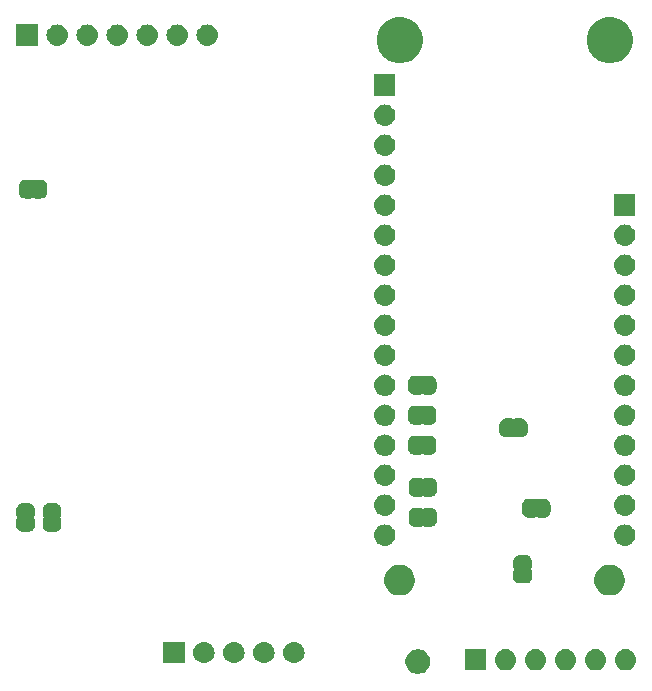
<source format=gbr>
G04 #@! TF.GenerationSoftware,KiCad,Pcbnew,(5.1.4)-1*
G04 #@! TF.CreationDate,2019-11-16T11:50:56-05:00*
G04 #@! TF.ProjectId,Feather-ZED-F9P-GPS,46656174-6865-4722-9d5a-45442d463950,rev?*
G04 #@! TF.SameCoordinates,Original*
G04 #@! TF.FileFunction,Soldermask,Bot*
G04 #@! TF.FilePolarity,Negative*
%FSLAX46Y46*%
G04 Gerber Fmt 4.6, Leading zero omitted, Abs format (unit mm)*
G04 Created by KiCad (PCBNEW (5.1.4)-1) date 2019-11-16 11:50:56*
%MOMM*%
%LPD*%
G04 APERTURE LIST*
%ADD10C,0.100000*%
G04 APERTURE END LIST*
D10*
G36*
X85040964Y-98163689D02*
G01*
X85214749Y-98235673D01*
X85232235Y-98242916D01*
X85404373Y-98357935D01*
X85550765Y-98504327D01*
X85665094Y-98675432D01*
X85665785Y-98676467D01*
X85745011Y-98867736D01*
X85785400Y-99070784D01*
X85785400Y-99277816D01*
X85745011Y-99480864D01*
X85665785Y-99672133D01*
X85665784Y-99672135D01*
X85550765Y-99844273D01*
X85404373Y-99990665D01*
X85232235Y-100105684D01*
X85232234Y-100105685D01*
X85232233Y-100105685D01*
X85040964Y-100184911D01*
X84837916Y-100225300D01*
X84630884Y-100225300D01*
X84427836Y-100184911D01*
X84236567Y-100105685D01*
X84236566Y-100105685D01*
X84236565Y-100105684D01*
X84064427Y-99990665D01*
X83918035Y-99844273D01*
X83803016Y-99672135D01*
X83803015Y-99672133D01*
X83723789Y-99480864D01*
X83683400Y-99277816D01*
X83683400Y-99070784D01*
X83723789Y-98867736D01*
X83803015Y-98676467D01*
X83803707Y-98675432D01*
X83918035Y-98504327D01*
X84064427Y-98357935D01*
X84236565Y-98242916D01*
X84254051Y-98235673D01*
X84427836Y-98163689D01*
X84630884Y-98123300D01*
X84837916Y-98123300D01*
X85040964Y-98163689D01*
X85040964Y-98163689D01*
G37*
G36*
X102421643Y-98127419D02*
G01*
X102487827Y-98133937D01*
X102657666Y-98185457D01*
X102814191Y-98269122D01*
X102849929Y-98298452D01*
X102951386Y-98381714D01*
X103034648Y-98483171D01*
X103063978Y-98518909D01*
X103147643Y-98675434D01*
X103199163Y-98845273D01*
X103216559Y-99021900D01*
X103199163Y-99198527D01*
X103147643Y-99368366D01*
X103063978Y-99524891D01*
X103034648Y-99560629D01*
X102951386Y-99662086D01*
X102849929Y-99745348D01*
X102814191Y-99774678D01*
X102657666Y-99858343D01*
X102487827Y-99909863D01*
X102421642Y-99916382D01*
X102355460Y-99922900D01*
X102266940Y-99922900D01*
X102200758Y-99916382D01*
X102134573Y-99909863D01*
X101964734Y-99858343D01*
X101808209Y-99774678D01*
X101772471Y-99745348D01*
X101671014Y-99662086D01*
X101587752Y-99560629D01*
X101558422Y-99524891D01*
X101474757Y-99368366D01*
X101423237Y-99198527D01*
X101405841Y-99021900D01*
X101423237Y-98845273D01*
X101474757Y-98675434D01*
X101558422Y-98518909D01*
X101587752Y-98483171D01*
X101671014Y-98381714D01*
X101772471Y-98298452D01*
X101808209Y-98269122D01*
X101964734Y-98185457D01*
X102134573Y-98133937D01*
X102200757Y-98127419D01*
X102266940Y-98120900D01*
X102355460Y-98120900D01*
X102421643Y-98127419D01*
X102421643Y-98127419D01*
G37*
G36*
X99881643Y-98127419D02*
G01*
X99947827Y-98133937D01*
X100117666Y-98185457D01*
X100274191Y-98269122D01*
X100309929Y-98298452D01*
X100411386Y-98381714D01*
X100494648Y-98483171D01*
X100523978Y-98518909D01*
X100607643Y-98675434D01*
X100659163Y-98845273D01*
X100676559Y-99021900D01*
X100659163Y-99198527D01*
X100607643Y-99368366D01*
X100523978Y-99524891D01*
X100494648Y-99560629D01*
X100411386Y-99662086D01*
X100309929Y-99745348D01*
X100274191Y-99774678D01*
X100117666Y-99858343D01*
X99947827Y-99909863D01*
X99881642Y-99916382D01*
X99815460Y-99922900D01*
X99726940Y-99922900D01*
X99660758Y-99916382D01*
X99594573Y-99909863D01*
X99424734Y-99858343D01*
X99268209Y-99774678D01*
X99232471Y-99745348D01*
X99131014Y-99662086D01*
X99047752Y-99560629D01*
X99018422Y-99524891D01*
X98934757Y-99368366D01*
X98883237Y-99198527D01*
X98865841Y-99021900D01*
X98883237Y-98845273D01*
X98934757Y-98675434D01*
X99018422Y-98518909D01*
X99047752Y-98483171D01*
X99131014Y-98381714D01*
X99232471Y-98298452D01*
X99268209Y-98269122D01*
X99424734Y-98185457D01*
X99594573Y-98133937D01*
X99660757Y-98127419D01*
X99726940Y-98120900D01*
X99815460Y-98120900D01*
X99881643Y-98127419D01*
X99881643Y-98127419D01*
G37*
G36*
X97341643Y-98127419D02*
G01*
X97407827Y-98133937D01*
X97577666Y-98185457D01*
X97734191Y-98269122D01*
X97769929Y-98298452D01*
X97871386Y-98381714D01*
X97954648Y-98483171D01*
X97983978Y-98518909D01*
X98067643Y-98675434D01*
X98119163Y-98845273D01*
X98136559Y-99021900D01*
X98119163Y-99198527D01*
X98067643Y-99368366D01*
X97983978Y-99524891D01*
X97954648Y-99560629D01*
X97871386Y-99662086D01*
X97769929Y-99745348D01*
X97734191Y-99774678D01*
X97577666Y-99858343D01*
X97407827Y-99909863D01*
X97341642Y-99916382D01*
X97275460Y-99922900D01*
X97186940Y-99922900D01*
X97120758Y-99916382D01*
X97054573Y-99909863D01*
X96884734Y-99858343D01*
X96728209Y-99774678D01*
X96692471Y-99745348D01*
X96591014Y-99662086D01*
X96507752Y-99560629D01*
X96478422Y-99524891D01*
X96394757Y-99368366D01*
X96343237Y-99198527D01*
X96325841Y-99021900D01*
X96343237Y-98845273D01*
X96394757Y-98675434D01*
X96478422Y-98518909D01*
X96507752Y-98483171D01*
X96591014Y-98381714D01*
X96692471Y-98298452D01*
X96728209Y-98269122D01*
X96884734Y-98185457D01*
X97054573Y-98133937D01*
X97120757Y-98127419D01*
X97186940Y-98120900D01*
X97275460Y-98120900D01*
X97341643Y-98127419D01*
X97341643Y-98127419D01*
G37*
G36*
X94801643Y-98127419D02*
G01*
X94867827Y-98133937D01*
X95037666Y-98185457D01*
X95194191Y-98269122D01*
X95229929Y-98298452D01*
X95331386Y-98381714D01*
X95414648Y-98483171D01*
X95443978Y-98518909D01*
X95527643Y-98675434D01*
X95579163Y-98845273D01*
X95596559Y-99021900D01*
X95579163Y-99198527D01*
X95527643Y-99368366D01*
X95443978Y-99524891D01*
X95414648Y-99560629D01*
X95331386Y-99662086D01*
X95229929Y-99745348D01*
X95194191Y-99774678D01*
X95037666Y-99858343D01*
X94867827Y-99909863D01*
X94801642Y-99916382D01*
X94735460Y-99922900D01*
X94646940Y-99922900D01*
X94580758Y-99916382D01*
X94514573Y-99909863D01*
X94344734Y-99858343D01*
X94188209Y-99774678D01*
X94152471Y-99745348D01*
X94051014Y-99662086D01*
X93967752Y-99560629D01*
X93938422Y-99524891D01*
X93854757Y-99368366D01*
X93803237Y-99198527D01*
X93785841Y-99021900D01*
X93803237Y-98845273D01*
X93854757Y-98675434D01*
X93938422Y-98518909D01*
X93967752Y-98483171D01*
X94051014Y-98381714D01*
X94152471Y-98298452D01*
X94188209Y-98269122D01*
X94344734Y-98185457D01*
X94514573Y-98133937D01*
X94580757Y-98127419D01*
X94646940Y-98120900D01*
X94735460Y-98120900D01*
X94801643Y-98127419D01*
X94801643Y-98127419D01*
G37*
G36*
X92261643Y-98127419D02*
G01*
X92327827Y-98133937D01*
X92497666Y-98185457D01*
X92654191Y-98269122D01*
X92689929Y-98298452D01*
X92791386Y-98381714D01*
X92874648Y-98483171D01*
X92903978Y-98518909D01*
X92987643Y-98675434D01*
X93039163Y-98845273D01*
X93056559Y-99021900D01*
X93039163Y-99198527D01*
X92987643Y-99368366D01*
X92903978Y-99524891D01*
X92874648Y-99560629D01*
X92791386Y-99662086D01*
X92689929Y-99745348D01*
X92654191Y-99774678D01*
X92497666Y-99858343D01*
X92327827Y-99909863D01*
X92261642Y-99916382D01*
X92195460Y-99922900D01*
X92106940Y-99922900D01*
X92040758Y-99916382D01*
X91974573Y-99909863D01*
X91804734Y-99858343D01*
X91648209Y-99774678D01*
X91612471Y-99745348D01*
X91511014Y-99662086D01*
X91427752Y-99560629D01*
X91398422Y-99524891D01*
X91314757Y-99368366D01*
X91263237Y-99198527D01*
X91245841Y-99021900D01*
X91263237Y-98845273D01*
X91314757Y-98675434D01*
X91398422Y-98518909D01*
X91427752Y-98483171D01*
X91511014Y-98381714D01*
X91612471Y-98298452D01*
X91648209Y-98269122D01*
X91804734Y-98185457D01*
X91974573Y-98133937D01*
X92040757Y-98127419D01*
X92106940Y-98120900D01*
X92195460Y-98120900D01*
X92261643Y-98127419D01*
X92261643Y-98127419D01*
G37*
G36*
X90512200Y-99922900D02*
G01*
X88710200Y-99922900D01*
X88710200Y-98120900D01*
X90512200Y-98120900D01*
X90512200Y-99922900D01*
X90512200Y-99922900D01*
G37*
G36*
X66734643Y-97517819D02*
G01*
X66800827Y-97524337D01*
X66970666Y-97575857D01*
X67127191Y-97659522D01*
X67162929Y-97688852D01*
X67264386Y-97772114D01*
X67347648Y-97873571D01*
X67376978Y-97909309D01*
X67460643Y-98065834D01*
X67512163Y-98235673D01*
X67529559Y-98412300D01*
X67512163Y-98588927D01*
X67460643Y-98758766D01*
X67376978Y-98915291D01*
X67347648Y-98951029D01*
X67264386Y-99052486D01*
X67162929Y-99135748D01*
X67127191Y-99165078D01*
X66970666Y-99248743D01*
X66800827Y-99300263D01*
X66734642Y-99306782D01*
X66668460Y-99313300D01*
X66579940Y-99313300D01*
X66513758Y-99306782D01*
X66447573Y-99300263D01*
X66277734Y-99248743D01*
X66121209Y-99165078D01*
X66085471Y-99135748D01*
X65984014Y-99052486D01*
X65900752Y-98951029D01*
X65871422Y-98915291D01*
X65787757Y-98758766D01*
X65736237Y-98588927D01*
X65718841Y-98412300D01*
X65736237Y-98235673D01*
X65787757Y-98065834D01*
X65871422Y-97909309D01*
X65900752Y-97873571D01*
X65984014Y-97772114D01*
X66085471Y-97688852D01*
X66121209Y-97659522D01*
X66277734Y-97575857D01*
X66447573Y-97524337D01*
X66513757Y-97517819D01*
X66579940Y-97511300D01*
X66668460Y-97511300D01*
X66734643Y-97517819D01*
X66734643Y-97517819D01*
G37*
G36*
X69274643Y-97517819D02*
G01*
X69340827Y-97524337D01*
X69510666Y-97575857D01*
X69667191Y-97659522D01*
X69702929Y-97688852D01*
X69804386Y-97772114D01*
X69887648Y-97873571D01*
X69916978Y-97909309D01*
X70000643Y-98065834D01*
X70052163Y-98235673D01*
X70069559Y-98412300D01*
X70052163Y-98588927D01*
X70000643Y-98758766D01*
X69916978Y-98915291D01*
X69887648Y-98951029D01*
X69804386Y-99052486D01*
X69702929Y-99135748D01*
X69667191Y-99165078D01*
X69510666Y-99248743D01*
X69340827Y-99300263D01*
X69274642Y-99306782D01*
X69208460Y-99313300D01*
X69119940Y-99313300D01*
X69053758Y-99306782D01*
X68987573Y-99300263D01*
X68817734Y-99248743D01*
X68661209Y-99165078D01*
X68625471Y-99135748D01*
X68524014Y-99052486D01*
X68440752Y-98951029D01*
X68411422Y-98915291D01*
X68327757Y-98758766D01*
X68276237Y-98588927D01*
X68258841Y-98412300D01*
X68276237Y-98235673D01*
X68327757Y-98065834D01*
X68411422Y-97909309D01*
X68440752Y-97873571D01*
X68524014Y-97772114D01*
X68625471Y-97688852D01*
X68661209Y-97659522D01*
X68817734Y-97575857D01*
X68987573Y-97524337D01*
X69053757Y-97517819D01*
X69119940Y-97511300D01*
X69208460Y-97511300D01*
X69274643Y-97517819D01*
X69274643Y-97517819D01*
G37*
G36*
X64985200Y-99313300D02*
G01*
X63183200Y-99313300D01*
X63183200Y-97511300D01*
X64985200Y-97511300D01*
X64985200Y-99313300D01*
X64985200Y-99313300D01*
G37*
G36*
X71814643Y-97517819D02*
G01*
X71880827Y-97524337D01*
X72050666Y-97575857D01*
X72207191Y-97659522D01*
X72242929Y-97688852D01*
X72344386Y-97772114D01*
X72427648Y-97873571D01*
X72456978Y-97909309D01*
X72540643Y-98065834D01*
X72592163Y-98235673D01*
X72609559Y-98412300D01*
X72592163Y-98588927D01*
X72540643Y-98758766D01*
X72456978Y-98915291D01*
X72427648Y-98951029D01*
X72344386Y-99052486D01*
X72242929Y-99135748D01*
X72207191Y-99165078D01*
X72050666Y-99248743D01*
X71880827Y-99300263D01*
X71814642Y-99306782D01*
X71748460Y-99313300D01*
X71659940Y-99313300D01*
X71593758Y-99306782D01*
X71527573Y-99300263D01*
X71357734Y-99248743D01*
X71201209Y-99165078D01*
X71165471Y-99135748D01*
X71064014Y-99052486D01*
X70980752Y-98951029D01*
X70951422Y-98915291D01*
X70867757Y-98758766D01*
X70816237Y-98588927D01*
X70798841Y-98412300D01*
X70816237Y-98235673D01*
X70867757Y-98065834D01*
X70951422Y-97909309D01*
X70980752Y-97873571D01*
X71064014Y-97772114D01*
X71165471Y-97688852D01*
X71201209Y-97659522D01*
X71357734Y-97575857D01*
X71527573Y-97524337D01*
X71593757Y-97517819D01*
X71659940Y-97511300D01*
X71748460Y-97511300D01*
X71814643Y-97517819D01*
X71814643Y-97517819D01*
G37*
G36*
X74354643Y-97517819D02*
G01*
X74420827Y-97524337D01*
X74590666Y-97575857D01*
X74747191Y-97659522D01*
X74782929Y-97688852D01*
X74884386Y-97772114D01*
X74967648Y-97873571D01*
X74996978Y-97909309D01*
X75080643Y-98065834D01*
X75132163Y-98235673D01*
X75149559Y-98412300D01*
X75132163Y-98588927D01*
X75080643Y-98758766D01*
X74996978Y-98915291D01*
X74967648Y-98951029D01*
X74884386Y-99052486D01*
X74782929Y-99135748D01*
X74747191Y-99165078D01*
X74590666Y-99248743D01*
X74420827Y-99300263D01*
X74354642Y-99306782D01*
X74288460Y-99313300D01*
X74199940Y-99313300D01*
X74133758Y-99306782D01*
X74067573Y-99300263D01*
X73897734Y-99248743D01*
X73741209Y-99165078D01*
X73705471Y-99135748D01*
X73604014Y-99052486D01*
X73520752Y-98951029D01*
X73491422Y-98915291D01*
X73407757Y-98758766D01*
X73356237Y-98588927D01*
X73338841Y-98412300D01*
X73356237Y-98235673D01*
X73407757Y-98065834D01*
X73491422Y-97909309D01*
X73520752Y-97873571D01*
X73604014Y-97772114D01*
X73705471Y-97688852D01*
X73741209Y-97659522D01*
X73897734Y-97575857D01*
X74067573Y-97524337D01*
X74133757Y-97517819D01*
X74199940Y-97511300D01*
X74288460Y-97511300D01*
X74354643Y-97517819D01*
X74354643Y-97517819D01*
G37*
G36*
X101357187Y-91027196D02*
G01*
X101593953Y-91125268D01*
X101593955Y-91125269D01*
X101780684Y-91250037D01*
X101807039Y-91267647D01*
X101988253Y-91448861D01*
X102130632Y-91661947D01*
X102228704Y-91898713D01*
X102278700Y-92150061D01*
X102278700Y-92406339D01*
X102228704Y-92657687D01*
X102130632Y-92894453D01*
X102130631Y-92894455D01*
X101988253Y-93107539D01*
X101807039Y-93288753D01*
X101593955Y-93431131D01*
X101593954Y-93431132D01*
X101593953Y-93431132D01*
X101357187Y-93529204D01*
X101105839Y-93579200D01*
X100849561Y-93579200D01*
X100598213Y-93529204D01*
X100361447Y-93431132D01*
X100361446Y-93431132D01*
X100361445Y-93431131D01*
X100148361Y-93288753D01*
X99967147Y-93107539D01*
X99824769Y-92894455D01*
X99824768Y-92894453D01*
X99726696Y-92657687D01*
X99676700Y-92406339D01*
X99676700Y-92150061D01*
X99726696Y-91898713D01*
X99824768Y-91661947D01*
X99967147Y-91448861D01*
X100148361Y-91267647D01*
X100174716Y-91250037D01*
X100361445Y-91125269D01*
X100361447Y-91125268D01*
X100598213Y-91027196D01*
X100849561Y-90977200D01*
X101105839Y-90977200D01*
X101357187Y-91027196D01*
X101357187Y-91027196D01*
G37*
G36*
X83577187Y-91027196D02*
G01*
X83813953Y-91125268D01*
X83813955Y-91125269D01*
X84000684Y-91250037D01*
X84027039Y-91267647D01*
X84208253Y-91448861D01*
X84350632Y-91661947D01*
X84448704Y-91898713D01*
X84498700Y-92150061D01*
X84498700Y-92406339D01*
X84448704Y-92657687D01*
X84350632Y-92894453D01*
X84350631Y-92894455D01*
X84208253Y-93107539D01*
X84027039Y-93288753D01*
X83813955Y-93431131D01*
X83813954Y-93431132D01*
X83813953Y-93431132D01*
X83577187Y-93529204D01*
X83325839Y-93579200D01*
X83069561Y-93579200D01*
X82818213Y-93529204D01*
X82581447Y-93431132D01*
X82581446Y-93431132D01*
X82581445Y-93431131D01*
X82368361Y-93288753D01*
X82187147Y-93107539D01*
X82044769Y-92894455D01*
X82044768Y-92894453D01*
X81946696Y-92657687D01*
X81896700Y-92406339D01*
X81896700Y-92150061D01*
X81946696Y-91898713D01*
X82044768Y-91661947D01*
X82187147Y-91448861D01*
X82368361Y-91267647D01*
X82394716Y-91250037D01*
X82581445Y-91125269D01*
X82581447Y-91125268D01*
X82818213Y-91027196D01*
X83069561Y-90977200D01*
X83325839Y-90977200D01*
X83577187Y-91027196D01*
X83577187Y-91027196D01*
G37*
G36*
X93861199Y-90163754D02*
G01*
X93873450Y-90164356D01*
X93891869Y-90164356D01*
X93914149Y-90166550D01*
X93998233Y-90183276D01*
X94019660Y-90189776D01*
X94098858Y-90222580D01*
X94104303Y-90225491D01*
X94104309Y-90225493D01*
X94113169Y-90230229D01*
X94113173Y-90230232D01*
X94118614Y-90233140D01*
X94189899Y-90280771D01*
X94207204Y-90294972D01*
X94267828Y-90355596D01*
X94282029Y-90372901D01*
X94329660Y-90444186D01*
X94332568Y-90449627D01*
X94332571Y-90449631D01*
X94337307Y-90458491D01*
X94337309Y-90458497D01*
X94340220Y-90463942D01*
X94373024Y-90543140D01*
X94379524Y-90564567D01*
X94396250Y-90648651D01*
X94398444Y-90670931D01*
X94398444Y-90689350D01*
X94399046Y-90701601D01*
X94400852Y-90719939D01*
X94400852Y-91207660D01*
X94399263Y-91223799D01*
X94396348Y-91233408D01*
X94391610Y-91242272D01*
X94385237Y-91250037D01*
X94372794Y-91260248D01*
X94362425Y-91267178D01*
X94345098Y-91284505D01*
X94331485Y-91304880D01*
X94322109Y-91327520D01*
X94317329Y-91351553D01*
X94317330Y-91376057D01*
X94322112Y-91400090D01*
X94331490Y-91422729D01*
X94345105Y-91443102D01*
X94362432Y-91460429D01*
X94372802Y-91467358D01*
X94385237Y-91477563D01*
X94391610Y-91485328D01*
X94396348Y-91494192D01*
X94399263Y-91503801D01*
X94400852Y-91519940D01*
X94400852Y-92007662D01*
X94399046Y-92025999D01*
X94398444Y-92038250D01*
X94398444Y-92056669D01*
X94396250Y-92078949D01*
X94379524Y-92163033D01*
X94373024Y-92184460D01*
X94340220Y-92263658D01*
X94337309Y-92269103D01*
X94337307Y-92269109D01*
X94332571Y-92277969D01*
X94332568Y-92277973D01*
X94329660Y-92283414D01*
X94282029Y-92354699D01*
X94267828Y-92372004D01*
X94207204Y-92432628D01*
X94189899Y-92446829D01*
X94118614Y-92494460D01*
X94113173Y-92497368D01*
X94113169Y-92497371D01*
X94104309Y-92502107D01*
X94104303Y-92502109D01*
X94098858Y-92505020D01*
X94019660Y-92537824D01*
X93998233Y-92544324D01*
X93914149Y-92561050D01*
X93891869Y-92563244D01*
X93873450Y-92563244D01*
X93861199Y-92563846D01*
X93842862Y-92565652D01*
X93355138Y-92565652D01*
X93336801Y-92563846D01*
X93324550Y-92563244D01*
X93306131Y-92563244D01*
X93283851Y-92561050D01*
X93199767Y-92544324D01*
X93178340Y-92537824D01*
X93099142Y-92505020D01*
X93093697Y-92502109D01*
X93093691Y-92502107D01*
X93084831Y-92497371D01*
X93084827Y-92497368D01*
X93079386Y-92494460D01*
X93008101Y-92446829D01*
X92990796Y-92432628D01*
X92930172Y-92372004D01*
X92915971Y-92354699D01*
X92868340Y-92283414D01*
X92865432Y-92277973D01*
X92865429Y-92277969D01*
X92860693Y-92269109D01*
X92860691Y-92269103D01*
X92857780Y-92263658D01*
X92824976Y-92184460D01*
X92818476Y-92163033D01*
X92801750Y-92078949D01*
X92799556Y-92056669D01*
X92799556Y-92038250D01*
X92798954Y-92025999D01*
X92797148Y-92007662D01*
X92797148Y-91519940D01*
X92798737Y-91503801D01*
X92801652Y-91494192D01*
X92806390Y-91485328D01*
X92812763Y-91477563D01*
X92825206Y-91467352D01*
X92835575Y-91460422D01*
X92852902Y-91443095D01*
X92866515Y-91422720D01*
X92875891Y-91400080D01*
X92880671Y-91376047D01*
X92880670Y-91351543D01*
X92875888Y-91327510D01*
X92866510Y-91304871D01*
X92852895Y-91284498D01*
X92835568Y-91267171D01*
X92825198Y-91260242D01*
X92812763Y-91250037D01*
X92806390Y-91242272D01*
X92801652Y-91233408D01*
X92798737Y-91223799D01*
X92797148Y-91207660D01*
X92797148Y-90719939D01*
X92798954Y-90701601D01*
X92799556Y-90689350D01*
X92799556Y-90670931D01*
X92801750Y-90648651D01*
X92818476Y-90564567D01*
X92824976Y-90543140D01*
X92857780Y-90463942D01*
X92860691Y-90458497D01*
X92860693Y-90458491D01*
X92865429Y-90449631D01*
X92865432Y-90449627D01*
X92868340Y-90444186D01*
X92915971Y-90372901D01*
X92930172Y-90355596D01*
X92990796Y-90294972D01*
X93008101Y-90280771D01*
X93079386Y-90233140D01*
X93084827Y-90230232D01*
X93084831Y-90230229D01*
X93093691Y-90225493D01*
X93093697Y-90225491D01*
X93099142Y-90222580D01*
X93178340Y-90189776D01*
X93199767Y-90183276D01*
X93283851Y-90166550D01*
X93306131Y-90164356D01*
X93324550Y-90164356D01*
X93336801Y-90163754D01*
X93355139Y-90161948D01*
X93842861Y-90161948D01*
X93861199Y-90163754D01*
X93861199Y-90163754D01*
G37*
G36*
X102358142Y-87573718D02*
G01*
X102424327Y-87580237D01*
X102594166Y-87631757D01*
X102750691Y-87715422D01*
X102774999Y-87735371D01*
X102887886Y-87828014D01*
X102971148Y-87929471D01*
X103000478Y-87965209D01*
X103084143Y-88121734D01*
X103135663Y-88291573D01*
X103153059Y-88468200D01*
X103135663Y-88644827D01*
X103084143Y-88814666D01*
X103000478Y-88971191D01*
X102971148Y-89006929D01*
X102887886Y-89108386D01*
X102786429Y-89191648D01*
X102750691Y-89220978D01*
X102594166Y-89304643D01*
X102424327Y-89356163D01*
X102358143Y-89362681D01*
X102291960Y-89369200D01*
X102203440Y-89369200D01*
X102137257Y-89362681D01*
X102071073Y-89356163D01*
X101901234Y-89304643D01*
X101744709Y-89220978D01*
X101708971Y-89191648D01*
X101607514Y-89108386D01*
X101524252Y-89006929D01*
X101494922Y-88971191D01*
X101411257Y-88814666D01*
X101359737Y-88644827D01*
X101342341Y-88468200D01*
X101359737Y-88291573D01*
X101411257Y-88121734D01*
X101494922Y-87965209D01*
X101524252Y-87929471D01*
X101607514Y-87828014D01*
X101720401Y-87735371D01*
X101744709Y-87715422D01*
X101901234Y-87631757D01*
X102071073Y-87580237D01*
X102137258Y-87573718D01*
X102203440Y-87567200D01*
X102291960Y-87567200D01*
X102358142Y-87573718D01*
X102358142Y-87573718D01*
G37*
G36*
X82038142Y-87573718D02*
G01*
X82104327Y-87580237D01*
X82274166Y-87631757D01*
X82430691Y-87715422D01*
X82454999Y-87735371D01*
X82567886Y-87828014D01*
X82651148Y-87929471D01*
X82680478Y-87965209D01*
X82764143Y-88121734D01*
X82815663Y-88291573D01*
X82833059Y-88468200D01*
X82815663Y-88644827D01*
X82764143Y-88814666D01*
X82680478Y-88971191D01*
X82651148Y-89006929D01*
X82567886Y-89108386D01*
X82466429Y-89191648D01*
X82430691Y-89220978D01*
X82274166Y-89304643D01*
X82104327Y-89356163D01*
X82038143Y-89362681D01*
X81971960Y-89369200D01*
X81883440Y-89369200D01*
X81817257Y-89362681D01*
X81751073Y-89356163D01*
X81581234Y-89304643D01*
X81424709Y-89220978D01*
X81388971Y-89191648D01*
X81287514Y-89108386D01*
X81204252Y-89006929D01*
X81174922Y-88971191D01*
X81091257Y-88814666D01*
X81039737Y-88644827D01*
X81022341Y-88468200D01*
X81039737Y-88291573D01*
X81091257Y-88121734D01*
X81174922Y-87965209D01*
X81204252Y-87929471D01*
X81287514Y-87828014D01*
X81400401Y-87735371D01*
X81424709Y-87715422D01*
X81581234Y-87631757D01*
X81751073Y-87580237D01*
X81817258Y-87573718D01*
X81883440Y-87567200D01*
X81971960Y-87567200D01*
X82038142Y-87573718D01*
X82038142Y-87573718D01*
G37*
G36*
X51786099Y-85769554D02*
G01*
X51798350Y-85770156D01*
X51816769Y-85770156D01*
X51839049Y-85772350D01*
X51923133Y-85789076D01*
X51944560Y-85795576D01*
X52023758Y-85828380D01*
X52029203Y-85831291D01*
X52029209Y-85831293D01*
X52038069Y-85836029D01*
X52038073Y-85836032D01*
X52043514Y-85838940D01*
X52114799Y-85886571D01*
X52132104Y-85900772D01*
X52192728Y-85961396D01*
X52206929Y-85978701D01*
X52254560Y-86049986D01*
X52257468Y-86055427D01*
X52257471Y-86055431D01*
X52262207Y-86064291D01*
X52262209Y-86064297D01*
X52265120Y-86069742D01*
X52297924Y-86148940D01*
X52304424Y-86170367D01*
X52321150Y-86254451D01*
X52323344Y-86276731D01*
X52323344Y-86295150D01*
X52323946Y-86307401D01*
X52325752Y-86325739D01*
X52325752Y-86813460D01*
X52324163Y-86829599D01*
X52321248Y-86839208D01*
X52316510Y-86848072D01*
X52310137Y-86855837D01*
X52297694Y-86866048D01*
X52287325Y-86872978D01*
X52269998Y-86890305D01*
X52256385Y-86910680D01*
X52247009Y-86933320D01*
X52242229Y-86957353D01*
X52242230Y-86981857D01*
X52247012Y-87005890D01*
X52256390Y-87028529D01*
X52270005Y-87048902D01*
X52287332Y-87066229D01*
X52297702Y-87073158D01*
X52310137Y-87083363D01*
X52316510Y-87091128D01*
X52321248Y-87099992D01*
X52324163Y-87109601D01*
X52325752Y-87125740D01*
X52325752Y-87613462D01*
X52323946Y-87631799D01*
X52323344Y-87644050D01*
X52323344Y-87662469D01*
X52321150Y-87684749D01*
X52304424Y-87768833D01*
X52297924Y-87790260D01*
X52265120Y-87869458D01*
X52262209Y-87874903D01*
X52262207Y-87874909D01*
X52257471Y-87883769D01*
X52257468Y-87883773D01*
X52254560Y-87889214D01*
X52206929Y-87960499D01*
X52192728Y-87977804D01*
X52132104Y-88038428D01*
X52114799Y-88052629D01*
X52043514Y-88100260D01*
X52038073Y-88103168D01*
X52038069Y-88103171D01*
X52029209Y-88107907D01*
X52029203Y-88107909D01*
X52023758Y-88110820D01*
X51944560Y-88143624D01*
X51923133Y-88150124D01*
X51839049Y-88166850D01*
X51816769Y-88169044D01*
X51798350Y-88169044D01*
X51786099Y-88169646D01*
X51767762Y-88171452D01*
X51280038Y-88171452D01*
X51261701Y-88169646D01*
X51249450Y-88169044D01*
X51231031Y-88169044D01*
X51208751Y-88166850D01*
X51124667Y-88150124D01*
X51103240Y-88143624D01*
X51024042Y-88110820D01*
X51018597Y-88107909D01*
X51018591Y-88107907D01*
X51009731Y-88103171D01*
X51009727Y-88103168D01*
X51004286Y-88100260D01*
X50933001Y-88052629D01*
X50915696Y-88038428D01*
X50855072Y-87977804D01*
X50840871Y-87960499D01*
X50793240Y-87889214D01*
X50790332Y-87883773D01*
X50790329Y-87883769D01*
X50785593Y-87874909D01*
X50785591Y-87874903D01*
X50782680Y-87869458D01*
X50749876Y-87790260D01*
X50743376Y-87768833D01*
X50726650Y-87684749D01*
X50724456Y-87662469D01*
X50724456Y-87644050D01*
X50723854Y-87631799D01*
X50722048Y-87613462D01*
X50722048Y-87125740D01*
X50723637Y-87109601D01*
X50726552Y-87099992D01*
X50731290Y-87091128D01*
X50737663Y-87083363D01*
X50750106Y-87073152D01*
X50760475Y-87066222D01*
X50777802Y-87048895D01*
X50791415Y-87028520D01*
X50800791Y-87005880D01*
X50805571Y-86981847D01*
X50805570Y-86957343D01*
X50800788Y-86933310D01*
X50791410Y-86910671D01*
X50777795Y-86890298D01*
X50760468Y-86872971D01*
X50750098Y-86866042D01*
X50737663Y-86855837D01*
X50731290Y-86848072D01*
X50726552Y-86839208D01*
X50723637Y-86829599D01*
X50722048Y-86813460D01*
X50722048Y-86325738D01*
X50723854Y-86307401D01*
X50724456Y-86295150D01*
X50724456Y-86276731D01*
X50726650Y-86254451D01*
X50743376Y-86170367D01*
X50749876Y-86148940D01*
X50782680Y-86069742D01*
X50785591Y-86064297D01*
X50785593Y-86064291D01*
X50790329Y-86055431D01*
X50790332Y-86055427D01*
X50793240Y-86049986D01*
X50840871Y-85978701D01*
X50855072Y-85961396D01*
X50915696Y-85900772D01*
X50933001Y-85886571D01*
X51004286Y-85838940D01*
X51009727Y-85836032D01*
X51009731Y-85836029D01*
X51018591Y-85831293D01*
X51018597Y-85831291D01*
X51024042Y-85828380D01*
X51103240Y-85795576D01*
X51124667Y-85789076D01*
X51208751Y-85772350D01*
X51231031Y-85770156D01*
X51249450Y-85770156D01*
X51261701Y-85769554D01*
X51280039Y-85767748D01*
X51767761Y-85767748D01*
X51786099Y-85769554D01*
X51786099Y-85769554D01*
G37*
G36*
X54021299Y-85769554D02*
G01*
X54033550Y-85770156D01*
X54051969Y-85770156D01*
X54074249Y-85772350D01*
X54158333Y-85789076D01*
X54179760Y-85795576D01*
X54258958Y-85828380D01*
X54264403Y-85831291D01*
X54264409Y-85831293D01*
X54273269Y-85836029D01*
X54273273Y-85836032D01*
X54278714Y-85838940D01*
X54349999Y-85886571D01*
X54367304Y-85900772D01*
X54427928Y-85961396D01*
X54442129Y-85978701D01*
X54489760Y-86049986D01*
X54492668Y-86055427D01*
X54492671Y-86055431D01*
X54497407Y-86064291D01*
X54497409Y-86064297D01*
X54500320Y-86069742D01*
X54533124Y-86148940D01*
X54539624Y-86170367D01*
X54556350Y-86254451D01*
X54558544Y-86276731D01*
X54558544Y-86295150D01*
X54559146Y-86307401D01*
X54560952Y-86325739D01*
X54560952Y-86813460D01*
X54559363Y-86829599D01*
X54556448Y-86839208D01*
X54551710Y-86848072D01*
X54545337Y-86855837D01*
X54532894Y-86866048D01*
X54522525Y-86872978D01*
X54505198Y-86890305D01*
X54491585Y-86910680D01*
X54482209Y-86933320D01*
X54477429Y-86957353D01*
X54477430Y-86981857D01*
X54482212Y-87005890D01*
X54491590Y-87028529D01*
X54505205Y-87048902D01*
X54522532Y-87066229D01*
X54532902Y-87073158D01*
X54545337Y-87083363D01*
X54551710Y-87091128D01*
X54556448Y-87099992D01*
X54559363Y-87109601D01*
X54560952Y-87125740D01*
X54560952Y-87613462D01*
X54559146Y-87631799D01*
X54558544Y-87644050D01*
X54558544Y-87662469D01*
X54556350Y-87684749D01*
X54539624Y-87768833D01*
X54533124Y-87790260D01*
X54500320Y-87869458D01*
X54497409Y-87874903D01*
X54497407Y-87874909D01*
X54492671Y-87883769D01*
X54492668Y-87883773D01*
X54489760Y-87889214D01*
X54442129Y-87960499D01*
X54427928Y-87977804D01*
X54367304Y-88038428D01*
X54349999Y-88052629D01*
X54278714Y-88100260D01*
X54273273Y-88103168D01*
X54273269Y-88103171D01*
X54264409Y-88107907D01*
X54264403Y-88107909D01*
X54258958Y-88110820D01*
X54179760Y-88143624D01*
X54158333Y-88150124D01*
X54074249Y-88166850D01*
X54051969Y-88169044D01*
X54033550Y-88169044D01*
X54021299Y-88169646D01*
X54002962Y-88171452D01*
X53515238Y-88171452D01*
X53496901Y-88169646D01*
X53484650Y-88169044D01*
X53466231Y-88169044D01*
X53443951Y-88166850D01*
X53359867Y-88150124D01*
X53338440Y-88143624D01*
X53259242Y-88110820D01*
X53253797Y-88107909D01*
X53253791Y-88107907D01*
X53244931Y-88103171D01*
X53244927Y-88103168D01*
X53239486Y-88100260D01*
X53168201Y-88052629D01*
X53150896Y-88038428D01*
X53090272Y-87977804D01*
X53076071Y-87960499D01*
X53028440Y-87889214D01*
X53025532Y-87883773D01*
X53025529Y-87883769D01*
X53020793Y-87874909D01*
X53020791Y-87874903D01*
X53017880Y-87869458D01*
X52985076Y-87790260D01*
X52978576Y-87768833D01*
X52961850Y-87684749D01*
X52959656Y-87662469D01*
X52959656Y-87644050D01*
X52959054Y-87631799D01*
X52957248Y-87613462D01*
X52957248Y-87125740D01*
X52958837Y-87109601D01*
X52961752Y-87099992D01*
X52966490Y-87091128D01*
X52972863Y-87083363D01*
X52985306Y-87073152D01*
X52995675Y-87066222D01*
X53013002Y-87048895D01*
X53026615Y-87028520D01*
X53035991Y-87005880D01*
X53040771Y-86981847D01*
X53040770Y-86957343D01*
X53035988Y-86933310D01*
X53026610Y-86910671D01*
X53012995Y-86890298D01*
X52995668Y-86872971D01*
X52985298Y-86866042D01*
X52972863Y-86855837D01*
X52966490Y-86848072D01*
X52961752Y-86839208D01*
X52958837Y-86829599D01*
X52957248Y-86813460D01*
X52957248Y-86325739D01*
X52959054Y-86307401D01*
X52959656Y-86295150D01*
X52959656Y-86276731D01*
X52961850Y-86254451D01*
X52978576Y-86170367D01*
X52985076Y-86148940D01*
X53017880Y-86069742D01*
X53020791Y-86064297D01*
X53020793Y-86064291D01*
X53025529Y-86055431D01*
X53025532Y-86055427D01*
X53028440Y-86049986D01*
X53076071Y-85978701D01*
X53090272Y-85961396D01*
X53150896Y-85900772D01*
X53168201Y-85886571D01*
X53239486Y-85838940D01*
X53244927Y-85836032D01*
X53244931Y-85836029D01*
X53253791Y-85831293D01*
X53253797Y-85831291D01*
X53259242Y-85828380D01*
X53338440Y-85795576D01*
X53359867Y-85789076D01*
X53443951Y-85772350D01*
X53466231Y-85770156D01*
X53484650Y-85770156D01*
X53496901Y-85769554D01*
X53515239Y-85767748D01*
X54002961Y-85767748D01*
X54021299Y-85769554D01*
X54021299Y-85769554D01*
G37*
G36*
X85013499Y-86156637D02*
G01*
X85023108Y-86159552D01*
X85031972Y-86164290D01*
X85039737Y-86170663D01*
X85049948Y-86183106D01*
X85056878Y-86193475D01*
X85074205Y-86210802D01*
X85094580Y-86224415D01*
X85117220Y-86233791D01*
X85141253Y-86238571D01*
X85165757Y-86238570D01*
X85189790Y-86233788D01*
X85212429Y-86224410D01*
X85232802Y-86210795D01*
X85250129Y-86193468D01*
X85257058Y-86183098D01*
X85267263Y-86170663D01*
X85275028Y-86164290D01*
X85283892Y-86159552D01*
X85293501Y-86156637D01*
X85309640Y-86155048D01*
X85797361Y-86155048D01*
X85815699Y-86156854D01*
X85827950Y-86157456D01*
X85846369Y-86157456D01*
X85868649Y-86159650D01*
X85952733Y-86176376D01*
X85974160Y-86182876D01*
X86053358Y-86215680D01*
X86058803Y-86218591D01*
X86058809Y-86218593D01*
X86067669Y-86223329D01*
X86067673Y-86223332D01*
X86073114Y-86226240D01*
X86144399Y-86273871D01*
X86161704Y-86288072D01*
X86222328Y-86348696D01*
X86236529Y-86366001D01*
X86284160Y-86437286D01*
X86287068Y-86442727D01*
X86287071Y-86442731D01*
X86291807Y-86451591D01*
X86291809Y-86451597D01*
X86294720Y-86457042D01*
X86327524Y-86536240D01*
X86334024Y-86557667D01*
X86350750Y-86641751D01*
X86352944Y-86664031D01*
X86352944Y-86682450D01*
X86353546Y-86694701D01*
X86355352Y-86713039D01*
X86355352Y-87200762D01*
X86353546Y-87219099D01*
X86352944Y-87231350D01*
X86352944Y-87249769D01*
X86350750Y-87272049D01*
X86334024Y-87356133D01*
X86327524Y-87377560D01*
X86294720Y-87456758D01*
X86291809Y-87462203D01*
X86291807Y-87462209D01*
X86287071Y-87471069D01*
X86287068Y-87471073D01*
X86284160Y-87476514D01*
X86236529Y-87547799D01*
X86222328Y-87565104D01*
X86161704Y-87625728D01*
X86144399Y-87639929D01*
X86073114Y-87687560D01*
X86067673Y-87690468D01*
X86067669Y-87690471D01*
X86058809Y-87695207D01*
X86058803Y-87695209D01*
X86053358Y-87698120D01*
X85974160Y-87730924D01*
X85952733Y-87737424D01*
X85868649Y-87754150D01*
X85846369Y-87756344D01*
X85827950Y-87756344D01*
X85815699Y-87756946D01*
X85797362Y-87758752D01*
X85309640Y-87758752D01*
X85293501Y-87757163D01*
X85283892Y-87754248D01*
X85275028Y-87749510D01*
X85267263Y-87743137D01*
X85257052Y-87730694D01*
X85250122Y-87720325D01*
X85232795Y-87702998D01*
X85212420Y-87689385D01*
X85189780Y-87680009D01*
X85165747Y-87675229D01*
X85141243Y-87675230D01*
X85117210Y-87680012D01*
X85094571Y-87689390D01*
X85074198Y-87703005D01*
X85056871Y-87720332D01*
X85049942Y-87730702D01*
X85039737Y-87743137D01*
X85031972Y-87749510D01*
X85023108Y-87754248D01*
X85013499Y-87757163D01*
X84997360Y-87758752D01*
X84509638Y-87758752D01*
X84491301Y-87756946D01*
X84479050Y-87756344D01*
X84460631Y-87756344D01*
X84438351Y-87754150D01*
X84354267Y-87737424D01*
X84332840Y-87730924D01*
X84253642Y-87698120D01*
X84248197Y-87695209D01*
X84248191Y-87695207D01*
X84239331Y-87690471D01*
X84239327Y-87690468D01*
X84233886Y-87687560D01*
X84162601Y-87639929D01*
X84145296Y-87625728D01*
X84084672Y-87565104D01*
X84070471Y-87547799D01*
X84022840Y-87476514D01*
X84019932Y-87471073D01*
X84019929Y-87471069D01*
X84015193Y-87462209D01*
X84015191Y-87462203D01*
X84012280Y-87456758D01*
X83979476Y-87377560D01*
X83972976Y-87356133D01*
X83956250Y-87272049D01*
X83954056Y-87249769D01*
X83954056Y-87231350D01*
X83953454Y-87219099D01*
X83951648Y-87200762D01*
X83951648Y-86713039D01*
X83953454Y-86694701D01*
X83954056Y-86682450D01*
X83954056Y-86664031D01*
X83956250Y-86641751D01*
X83972976Y-86557667D01*
X83979476Y-86536240D01*
X84012280Y-86457042D01*
X84015191Y-86451597D01*
X84015193Y-86451591D01*
X84019929Y-86442731D01*
X84019932Y-86442727D01*
X84022840Y-86437286D01*
X84070471Y-86366001D01*
X84084672Y-86348696D01*
X84145296Y-86288072D01*
X84162601Y-86273871D01*
X84233886Y-86226240D01*
X84239327Y-86223332D01*
X84239331Y-86223329D01*
X84248191Y-86218593D01*
X84248197Y-86218591D01*
X84253642Y-86215680D01*
X84332840Y-86182876D01*
X84354267Y-86176376D01*
X84438351Y-86159650D01*
X84460631Y-86157456D01*
X84479050Y-86157456D01*
X84491301Y-86156854D01*
X84509639Y-86155048D01*
X84997360Y-86155048D01*
X85013499Y-86156637D01*
X85013499Y-86156637D01*
G37*
G36*
X94627399Y-85381937D02*
G01*
X94637008Y-85384852D01*
X94645872Y-85389590D01*
X94653637Y-85395963D01*
X94663848Y-85408406D01*
X94670778Y-85418775D01*
X94688105Y-85436102D01*
X94708480Y-85449715D01*
X94731120Y-85459091D01*
X94755153Y-85463871D01*
X94779657Y-85463870D01*
X94803690Y-85459088D01*
X94826329Y-85449710D01*
X94846702Y-85436095D01*
X94864029Y-85418768D01*
X94870958Y-85408398D01*
X94881163Y-85395963D01*
X94888928Y-85389590D01*
X94897792Y-85384852D01*
X94907401Y-85381937D01*
X94923540Y-85380348D01*
X95411261Y-85380348D01*
X95429599Y-85382154D01*
X95441850Y-85382756D01*
X95460269Y-85382756D01*
X95482549Y-85384950D01*
X95566633Y-85401676D01*
X95588060Y-85408176D01*
X95667258Y-85440980D01*
X95672703Y-85443891D01*
X95672709Y-85443893D01*
X95681569Y-85448629D01*
X95681573Y-85448632D01*
X95687014Y-85451540D01*
X95758299Y-85499171D01*
X95775604Y-85513372D01*
X95836228Y-85573996D01*
X95850429Y-85591301D01*
X95898060Y-85662586D01*
X95900968Y-85668027D01*
X95900971Y-85668031D01*
X95905707Y-85676891D01*
X95905709Y-85676897D01*
X95908620Y-85682342D01*
X95941424Y-85761540D01*
X95947924Y-85782967D01*
X95964650Y-85867051D01*
X95966844Y-85889331D01*
X95966844Y-85907750D01*
X95967446Y-85920001D01*
X95969252Y-85938339D01*
X95969252Y-86426062D01*
X95967446Y-86444399D01*
X95966844Y-86456650D01*
X95966844Y-86475069D01*
X95964650Y-86497349D01*
X95947924Y-86581433D01*
X95941424Y-86602860D01*
X95908620Y-86682058D01*
X95905709Y-86687503D01*
X95905707Y-86687509D01*
X95900971Y-86696369D01*
X95900968Y-86696373D01*
X95898060Y-86701814D01*
X95850429Y-86773099D01*
X95836228Y-86790404D01*
X95775604Y-86851028D01*
X95758299Y-86865229D01*
X95687014Y-86912860D01*
X95681573Y-86915768D01*
X95681569Y-86915771D01*
X95672709Y-86920507D01*
X95672703Y-86920509D01*
X95667258Y-86923420D01*
X95588060Y-86956224D01*
X95566633Y-86962724D01*
X95482549Y-86979450D01*
X95460269Y-86981644D01*
X95441850Y-86981644D01*
X95429599Y-86982246D01*
X95411262Y-86984052D01*
X94923540Y-86984052D01*
X94907401Y-86982463D01*
X94897792Y-86979548D01*
X94888928Y-86974810D01*
X94881163Y-86968437D01*
X94870952Y-86955994D01*
X94864022Y-86945625D01*
X94846695Y-86928298D01*
X94826320Y-86914685D01*
X94803680Y-86905309D01*
X94779647Y-86900529D01*
X94755143Y-86900530D01*
X94731110Y-86905312D01*
X94708471Y-86914690D01*
X94688098Y-86928305D01*
X94670771Y-86945632D01*
X94663842Y-86956002D01*
X94653637Y-86968437D01*
X94645872Y-86974810D01*
X94637008Y-86979548D01*
X94627399Y-86982463D01*
X94611260Y-86984052D01*
X94123538Y-86984052D01*
X94105201Y-86982246D01*
X94092950Y-86981644D01*
X94074531Y-86981644D01*
X94052251Y-86979450D01*
X93968167Y-86962724D01*
X93946740Y-86956224D01*
X93867542Y-86923420D01*
X93862097Y-86920509D01*
X93862091Y-86920507D01*
X93853231Y-86915771D01*
X93853227Y-86915768D01*
X93847786Y-86912860D01*
X93776501Y-86865229D01*
X93759196Y-86851028D01*
X93698572Y-86790404D01*
X93684371Y-86773099D01*
X93636740Y-86701814D01*
X93633832Y-86696373D01*
X93633829Y-86696369D01*
X93629093Y-86687509D01*
X93629091Y-86687503D01*
X93626180Y-86682058D01*
X93593376Y-86602860D01*
X93586876Y-86581433D01*
X93570150Y-86497349D01*
X93567956Y-86475069D01*
X93567956Y-86456650D01*
X93567354Y-86444399D01*
X93565548Y-86426062D01*
X93565548Y-85938339D01*
X93567354Y-85920001D01*
X93567956Y-85907750D01*
X93567956Y-85889331D01*
X93570150Y-85867051D01*
X93586876Y-85782967D01*
X93593376Y-85761540D01*
X93626180Y-85682342D01*
X93629091Y-85676897D01*
X93629093Y-85676891D01*
X93633829Y-85668031D01*
X93633832Y-85668027D01*
X93636740Y-85662586D01*
X93684371Y-85591301D01*
X93698572Y-85573996D01*
X93759196Y-85513372D01*
X93776501Y-85499171D01*
X93847786Y-85451540D01*
X93853227Y-85448632D01*
X93853231Y-85448629D01*
X93862091Y-85443893D01*
X93862097Y-85443891D01*
X93867542Y-85440980D01*
X93946740Y-85408176D01*
X93968167Y-85401676D01*
X94052251Y-85384950D01*
X94074531Y-85382756D01*
X94092950Y-85382756D01*
X94105201Y-85382154D01*
X94123539Y-85380348D01*
X94611260Y-85380348D01*
X94627399Y-85381937D01*
X94627399Y-85381937D01*
G37*
G36*
X82038143Y-85033719D02*
G01*
X82104327Y-85040237D01*
X82274166Y-85091757D01*
X82430691Y-85175422D01*
X82454999Y-85195371D01*
X82567886Y-85288014D01*
X82646134Y-85383361D01*
X82680478Y-85425209D01*
X82764143Y-85581734D01*
X82815663Y-85751573D01*
X82833059Y-85928200D01*
X82815663Y-86104827D01*
X82764143Y-86274666D01*
X82680478Y-86431191D01*
X82671007Y-86442731D01*
X82567886Y-86568386D01*
X82478489Y-86641751D01*
X82430691Y-86680978D01*
X82274166Y-86764643D01*
X82104327Y-86816163D01*
X82038143Y-86822681D01*
X81971960Y-86829200D01*
X81883440Y-86829200D01*
X81817257Y-86822681D01*
X81751073Y-86816163D01*
X81581234Y-86764643D01*
X81424709Y-86680978D01*
X81376911Y-86641751D01*
X81287514Y-86568386D01*
X81184393Y-86442731D01*
X81174922Y-86431191D01*
X81091257Y-86274666D01*
X81039737Y-86104827D01*
X81022341Y-85928200D01*
X81039737Y-85751573D01*
X81091257Y-85581734D01*
X81174922Y-85425209D01*
X81209266Y-85383361D01*
X81287514Y-85288014D01*
X81400401Y-85195371D01*
X81424709Y-85175422D01*
X81581234Y-85091757D01*
X81751073Y-85040237D01*
X81817257Y-85033719D01*
X81883440Y-85027200D01*
X81971960Y-85027200D01*
X82038143Y-85033719D01*
X82038143Y-85033719D01*
G37*
G36*
X102358143Y-85033719D02*
G01*
X102424327Y-85040237D01*
X102594166Y-85091757D01*
X102750691Y-85175422D01*
X102774999Y-85195371D01*
X102887886Y-85288014D01*
X102966134Y-85383361D01*
X103000478Y-85425209D01*
X103084143Y-85581734D01*
X103135663Y-85751573D01*
X103153059Y-85928200D01*
X103135663Y-86104827D01*
X103084143Y-86274666D01*
X103000478Y-86431191D01*
X102991007Y-86442731D01*
X102887886Y-86568386D01*
X102798489Y-86641751D01*
X102750691Y-86680978D01*
X102594166Y-86764643D01*
X102424327Y-86816163D01*
X102358143Y-86822681D01*
X102291960Y-86829200D01*
X102203440Y-86829200D01*
X102137257Y-86822681D01*
X102071073Y-86816163D01*
X101901234Y-86764643D01*
X101744709Y-86680978D01*
X101696911Y-86641751D01*
X101607514Y-86568386D01*
X101504393Y-86442731D01*
X101494922Y-86431191D01*
X101411257Y-86274666D01*
X101359737Y-86104827D01*
X101342341Y-85928200D01*
X101359737Y-85751573D01*
X101411257Y-85581734D01*
X101494922Y-85425209D01*
X101529266Y-85383361D01*
X101607514Y-85288014D01*
X101720401Y-85195371D01*
X101744709Y-85175422D01*
X101901234Y-85091757D01*
X102071073Y-85040237D01*
X102137257Y-85033719D01*
X102203440Y-85027200D01*
X102291960Y-85027200D01*
X102358143Y-85033719D01*
X102358143Y-85033719D01*
G37*
G36*
X85013499Y-83616637D02*
G01*
X85023108Y-83619552D01*
X85031972Y-83624290D01*
X85039737Y-83630663D01*
X85049948Y-83643106D01*
X85056878Y-83653475D01*
X85074205Y-83670802D01*
X85094580Y-83684415D01*
X85117220Y-83693791D01*
X85141253Y-83698571D01*
X85165757Y-83698570D01*
X85189790Y-83693788D01*
X85212429Y-83684410D01*
X85232802Y-83670795D01*
X85250129Y-83653468D01*
X85257058Y-83643098D01*
X85267263Y-83630663D01*
X85275028Y-83624290D01*
X85283892Y-83619552D01*
X85293501Y-83616637D01*
X85309640Y-83615048D01*
X85797361Y-83615048D01*
X85815699Y-83616854D01*
X85827950Y-83617456D01*
X85846369Y-83617456D01*
X85868649Y-83619650D01*
X85952733Y-83636376D01*
X85974160Y-83642876D01*
X86053358Y-83675680D01*
X86058803Y-83678591D01*
X86058809Y-83678593D01*
X86067669Y-83683329D01*
X86067673Y-83683332D01*
X86073114Y-83686240D01*
X86144399Y-83733871D01*
X86161704Y-83748072D01*
X86222328Y-83808696D01*
X86236529Y-83826001D01*
X86284160Y-83897286D01*
X86287068Y-83902727D01*
X86287071Y-83902731D01*
X86291807Y-83911591D01*
X86291809Y-83911597D01*
X86294720Y-83917042D01*
X86327524Y-83996240D01*
X86334024Y-84017667D01*
X86350750Y-84101751D01*
X86352944Y-84124031D01*
X86352944Y-84142450D01*
X86353546Y-84154701D01*
X86355352Y-84173039D01*
X86355352Y-84660762D01*
X86353546Y-84679099D01*
X86352944Y-84691350D01*
X86352944Y-84709769D01*
X86350750Y-84732049D01*
X86334024Y-84816133D01*
X86327524Y-84837560D01*
X86294720Y-84916758D01*
X86291809Y-84922203D01*
X86291807Y-84922209D01*
X86287071Y-84931069D01*
X86287068Y-84931073D01*
X86284160Y-84936514D01*
X86236529Y-85007799D01*
X86222328Y-85025104D01*
X86161704Y-85085728D01*
X86144399Y-85099929D01*
X86073114Y-85147560D01*
X86067673Y-85150468D01*
X86067669Y-85150471D01*
X86058809Y-85155207D01*
X86058803Y-85155209D01*
X86053358Y-85158120D01*
X85974160Y-85190924D01*
X85952733Y-85197424D01*
X85868649Y-85214150D01*
X85846369Y-85216344D01*
X85827950Y-85216344D01*
X85815699Y-85216946D01*
X85797362Y-85218752D01*
X85309640Y-85218752D01*
X85293501Y-85217163D01*
X85283892Y-85214248D01*
X85275028Y-85209510D01*
X85267263Y-85203137D01*
X85257052Y-85190694D01*
X85250122Y-85180325D01*
X85232795Y-85162998D01*
X85212420Y-85149385D01*
X85189780Y-85140009D01*
X85165747Y-85135229D01*
X85141243Y-85135230D01*
X85117210Y-85140012D01*
X85094571Y-85149390D01*
X85074198Y-85163005D01*
X85056871Y-85180332D01*
X85049942Y-85190702D01*
X85039737Y-85203137D01*
X85031972Y-85209510D01*
X85023108Y-85214248D01*
X85013499Y-85217163D01*
X84997360Y-85218752D01*
X84509638Y-85218752D01*
X84491301Y-85216946D01*
X84479050Y-85216344D01*
X84460631Y-85216344D01*
X84438351Y-85214150D01*
X84354267Y-85197424D01*
X84332840Y-85190924D01*
X84253642Y-85158120D01*
X84248197Y-85155209D01*
X84248191Y-85155207D01*
X84239331Y-85150471D01*
X84239327Y-85150468D01*
X84233886Y-85147560D01*
X84162601Y-85099929D01*
X84145296Y-85085728D01*
X84084672Y-85025104D01*
X84070471Y-85007799D01*
X84022840Y-84936514D01*
X84019932Y-84931073D01*
X84019929Y-84931069D01*
X84015193Y-84922209D01*
X84015191Y-84922203D01*
X84012280Y-84916758D01*
X83979476Y-84837560D01*
X83972976Y-84816133D01*
X83956250Y-84732049D01*
X83954056Y-84709769D01*
X83954056Y-84691350D01*
X83953454Y-84679099D01*
X83951648Y-84660762D01*
X83951648Y-84173039D01*
X83953454Y-84154701D01*
X83954056Y-84142450D01*
X83954056Y-84124031D01*
X83956250Y-84101751D01*
X83972976Y-84017667D01*
X83979476Y-83996240D01*
X84012280Y-83917042D01*
X84015191Y-83911597D01*
X84015193Y-83911591D01*
X84019929Y-83902731D01*
X84019932Y-83902727D01*
X84022840Y-83897286D01*
X84070471Y-83826001D01*
X84084672Y-83808696D01*
X84145296Y-83748072D01*
X84162601Y-83733871D01*
X84233886Y-83686240D01*
X84239327Y-83683332D01*
X84239331Y-83683329D01*
X84248191Y-83678593D01*
X84248197Y-83678591D01*
X84253642Y-83675680D01*
X84332840Y-83642876D01*
X84354267Y-83636376D01*
X84438351Y-83619650D01*
X84460631Y-83617456D01*
X84479050Y-83617456D01*
X84491301Y-83616854D01*
X84509639Y-83615048D01*
X84997360Y-83615048D01*
X85013499Y-83616637D01*
X85013499Y-83616637D01*
G37*
G36*
X102358143Y-82493719D02*
G01*
X102424327Y-82500237D01*
X102594166Y-82551757D01*
X102750691Y-82635422D01*
X102786429Y-82664752D01*
X102887886Y-82748014D01*
X102971148Y-82849471D01*
X103000478Y-82885209D01*
X103084143Y-83041734D01*
X103135663Y-83211573D01*
X103153059Y-83388200D01*
X103135663Y-83564827D01*
X103084143Y-83734666D01*
X103000478Y-83891191D01*
X102991007Y-83902731D01*
X102887886Y-84028386D01*
X102798489Y-84101751D01*
X102750691Y-84140978D01*
X102594166Y-84224643D01*
X102424327Y-84276163D01*
X102358142Y-84282682D01*
X102291960Y-84289200D01*
X102203440Y-84289200D01*
X102137258Y-84282682D01*
X102071073Y-84276163D01*
X101901234Y-84224643D01*
X101744709Y-84140978D01*
X101696911Y-84101751D01*
X101607514Y-84028386D01*
X101504393Y-83902731D01*
X101494922Y-83891191D01*
X101411257Y-83734666D01*
X101359737Y-83564827D01*
X101342341Y-83388200D01*
X101359737Y-83211573D01*
X101411257Y-83041734D01*
X101494922Y-82885209D01*
X101524252Y-82849471D01*
X101607514Y-82748014D01*
X101708971Y-82664752D01*
X101744709Y-82635422D01*
X101901234Y-82551757D01*
X102071073Y-82500237D01*
X102137257Y-82493719D01*
X102203440Y-82487200D01*
X102291960Y-82487200D01*
X102358143Y-82493719D01*
X102358143Y-82493719D01*
G37*
G36*
X82038143Y-82493719D02*
G01*
X82104327Y-82500237D01*
X82274166Y-82551757D01*
X82430691Y-82635422D01*
X82466429Y-82664752D01*
X82567886Y-82748014D01*
X82651148Y-82849471D01*
X82680478Y-82885209D01*
X82764143Y-83041734D01*
X82815663Y-83211573D01*
X82833059Y-83388200D01*
X82815663Y-83564827D01*
X82764143Y-83734666D01*
X82680478Y-83891191D01*
X82671007Y-83902731D01*
X82567886Y-84028386D01*
X82478489Y-84101751D01*
X82430691Y-84140978D01*
X82274166Y-84224643D01*
X82104327Y-84276163D01*
X82038142Y-84282682D01*
X81971960Y-84289200D01*
X81883440Y-84289200D01*
X81817258Y-84282682D01*
X81751073Y-84276163D01*
X81581234Y-84224643D01*
X81424709Y-84140978D01*
X81376911Y-84101751D01*
X81287514Y-84028386D01*
X81184393Y-83902731D01*
X81174922Y-83891191D01*
X81091257Y-83734666D01*
X81039737Y-83564827D01*
X81022341Y-83388200D01*
X81039737Y-83211573D01*
X81091257Y-83041734D01*
X81174922Y-82885209D01*
X81204252Y-82849471D01*
X81287514Y-82748014D01*
X81388971Y-82664752D01*
X81424709Y-82635422D01*
X81581234Y-82551757D01*
X81751073Y-82500237D01*
X81817257Y-82493719D01*
X81883440Y-82487200D01*
X81971960Y-82487200D01*
X82038143Y-82493719D01*
X82038143Y-82493719D01*
G37*
G36*
X102358143Y-79953719D02*
G01*
X102424327Y-79960237D01*
X102594166Y-80011757D01*
X102594168Y-80011758D01*
X102661855Y-80047938D01*
X102750691Y-80095422D01*
X102780871Y-80120190D01*
X102887886Y-80208014D01*
X102971148Y-80309471D01*
X103000478Y-80345209D01*
X103084143Y-80501734D01*
X103135663Y-80671573D01*
X103153059Y-80848200D01*
X103135663Y-81024827D01*
X103084143Y-81194666D01*
X103000478Y-81351191D01*
X102971148Y-81386929D01*
X102887886Y-81488386D01*
X102792667Y-81566529D01*
X102750691Y-81600978D01*
X102750689Y-81600979D01*
X102661854Y-81648463D01*
X102594166Y-81684643D01*
X102424327Y-81736163D01*
X102358143Y-81742681D01*
X102291960Y-81749200D01*
X102203440Y-81749200D01*
X102137257Y-81742681D01*
X102071073Y-81736163D01*
X101901234Y-81684643D01*
X101833547Y-81648463D01*
X101744711Y-81600979D01*
X101744709Y-81600978D01*
X101702733Y-81566529D01*
X101607514Y-81488386D01*
X101524252Y-81386929D01*
X101494922Y-81351191D01*
X101411257Y-81194666D01*
X101359737Y-81024827D01*
X101342341Y-80848200D01*
X101359737Y-80671573D01*
X101411257Y-80501734D01*
X101494922Y-80345209D01*
X101524252Y-80309471D01*
X101607514Y-80208014D01*
X101714529Y-80120190D01*
X101744709Y-80095422D01*
X101833545Y-80047938D01*
X101901232Y-80011758D01*
X101901234Y-80011757D01*
X102071073Y-79960237D01*
X102137257Y-79953719D01*
X102203440Y-79947200D01*
X102291960Y-79947200D01*
X102358143Y-79953719D01*
X102358143Y-79953719D01*
G37*
G36*
X82038143Y-79953719D02*
G01*
X82104327Y-79960237D01*
X82274166Y-80011757D01*
X82274168Y-80011758D01*
X82341855Y-80047938D01*
X82430691Y-80095422D01*
X82460871Y-80120190D01*
X82567886Y-80208014D01*
X82651148Y-80309471D01*
X82680478Y-80345209D01*
X82764143Y-80501734D01*
X82815663Y-80671573D01*
X82833059Y-80848200D01*
X82815663Y-81024827D01*
X82764143Y-81194666D01*
X82680478Y-81351191D01*
X82651148Y-81386929D01*
X82567886Y-81488386D01*
X82472667Y-81566529D01*
X82430691Y-81600978D01*
X82430689Y-81600979D01*
X82341854Y-81648463D01*
X82274166Y-81684643D01*
X82104327Y-81736163D01*
X82038143Y-81742681D01*
X81971960Y-81749200D01*
X81883440Y-81749200D01*
X81817257Y-81742681D01*
X81751073Y-81736163D01*
X81581234Y-81684643D01*
X81513547Y-81648463D01*
X81424711Y-81600979D01*
X81424709Y-81600978D01*
X81382733Y-81566529D01*
X81287514Y-81488386D01*
X81204252Y-81386929D01*
X81174922Y-81351191D01*
X81091257Y-81194666D01*
X81039737Y-81024827D01*
X81022341Y-80848200D01*
X81039737Y-80671573D01*
X81091257Y-80501734D01*
X81174922Y-80345209D01*
X81204252Y-80309471D01*
X81287514Y-80208014D01*
X81394529Y-80120190D01*
X81424709Y-80095422D01*
X81513545Y-80047938D01*
X81581232Y-80011758D01*
X81581234Y-80011757D01*
X81751073Y-79960237D01*
X81817257Y-79953719D01*
X81883440Y-79947200D01*
X81971960Y-79947200D01*
X82038143Y-79953719D01*
X82038143Y-79953719D01*
G37*
G36*
X84962699Y-80047937D02*
G01*
X84972308Y-80050852D01*
X84981172Y-80055590D01*
X84988937Y-80061963D01*
X84999148Y-80074406D01*
X85006078Y-80084775D01*
X85023405Y-80102102D01*
X85043780Y-80115715D01*
X85066420Y-80125091D01*
X85090453Y-80129871D01*
X85114957Y-80129870D01*
X85138990Y-80125088D01*
X85161629Y-80115710D01*
X85182002Y-80102095D01*
X85199329Y-80084768D01*
X85206258Y-80074398D01*
X85216463Y-80061963D01*
X85224228Y-80055590D01*
X85233092Y-80050852D01*
X85242701Y-80047937D01*
X85258840Y-80046348D01*
X85746561Y-80046348D01*
X85764899Y-80048154D01*
X85777150Y-80048756D01*
X85795569Y-80048756D01*
X85817849Y-80050950D01*
X85901933Y-80067676D01*
X85923360Y-80074176D01*
X86002558Y-80106980D01*
X86008003Y-80109891D01*
X86008009Y-80109893D01*
X86016869Y-80114629D01*
X86016873Y-80114632D01*
X86022314Y-80117540D01*
X86093599Y-80165171D01*
X86110904Y-80179372D01*
X86171528Y-80239996D01*
X86185729Y-80257301D01*
X86233360Y-80328586D01*
X86236268Y-80334027D01*
X86236271Y-80334031D01*
X86241007Y-80342891D01*
X86241009Y-80342897D01*
X86243920Y-80348342D01*
X86276724Y-80427540D01*
X86283224Y-80448967D01*
X86299950Y-80533051D01*
X86302144Y-80555331D01*
X86302144Y-80573750D01*
X86302746Y-80586001D01*
X86304552Y-80604339D01*
X86304552Y-81092062D01*
X86302746Y-81110399D01*
X86302144Y-81122650D01*
X86302144Y-81141069D01*
X86299950Y-81163349D01*
X86283224Y-81247433D01*
X86276724Y-81268860D01*
X86243920Y-81348058D01*
X86241009Y-81353503D01*
X86241007Y-81353509D01*
X86236271Y-81362369D01*
X86236268Y-81362373D01*
X86233360Y-81367814D01*
X86185729Y-81439099D01*
X86171528Y-81456404D01*
X86110904Y-81517028D01*
X86093599Y-81531229D01*
X86022314Y-81578860D01*
X86016873Y-81581768D01*
X86016869Y-81581771D01*
X86008009Y-81586507D01*
X86008003Y-81586509D01*
X86002558Y-81589420D01*
X85923360Y-81622224D01*
X85901933Y-81628724D01*
X85817849Y-81645450D01*
X85795569Y-81647644D01*
X85777150Y-81647644D01*
X85764899Y-81648246D01*
X85746562Y-81650052D01*
X85258840Y-81650052D01*
X85242701Y-81648463D01*
X85233092Y-81645548D01*
X85224228Y-81640810D01*
X85216463Y-81634437D01*
X85206252Y-81621994D01*
X85199322Y-81611625D01*
X85181995Y-81594298D01*
X85161620Y-81580685D01*
X85138980Y-81571309D01*
X85114947Y-81566529D01*
X85090443Y-81566530D01*
X85066410Y-81571312D01*
X85043771Y-81580690D01*
X85023398Y-81594305D01*
X85006071Y-81611632D01*
X84999142Y-81622002D01*
X84988937Y-81634437D01*
X84981172Y-81640810D01*
X84972308Y-81645548D01*
X84962699Y-81648463D01*
X84946560Y-81650052D01*
X84458838Y-81650052D01*
X84440501Y-81648246D01*
X84428250Y-81647644D01*
X84409831Y-81647644D01*
X84387551Y-81645450D01*
X84303467Y-81628724D01*
X84282040Y-81622224D01*
X84202842Y-81589420D01*
X84197397Y-81586509D01*
X84197391Y-81586507D01*
X84188531Y-81581771D01*
X84188527Y-81581768D01*
X84183086Y-81578860D01*
X84111801Y-81531229D01*
X84094496Y-81517028D01*
X84033872Y-81456404D01*
X84019671Y-81439099D01*
X83972040Y-81367814D01*
X83969132Y-81362373D01*
X83969129Y-81362369D01*
X83964393Y-81353509D01*
X83964391Y-81353503D01*
X83961480Y-81348058D01*
X83928676Y-81268860D01*
X83922176Y-81247433D01*
X83905450Y-81163349D01*
X83903256Y-81141069D01*
X83903256Y-81122650D01*
X83902654Y-81110399D01*
X83900848Y-81092062D01*
X83900848Y-80604339D01*
X83902654Y-80586001D01*
X83903256Y-80573750D01*
X83903256Y-80555331D01*
X83905450Y-80533051D01*
X83922176Y-80448967D01*
X83928676Y-80427540D01*
X83961480Y-80348342D01*
X83964391Y-80342897D01*
X83964393Y-80342891D01*
X83969129Y-80334031D01*
X83969132Y-80334027D01*
X83972040Y-80328586D01*
X84019671Y-80257301D01*
X84033872Y-80239996D01*
X84094496Y-80179372D01*
X84111801Y-80165171D01*
X84183086Y-80117540D01*
X84188527Y-80114632D01*
X84188531Y-80114629D01*
X84197391Y-80109893D01*
X84197397Y-80109891D01*
X84202842Y-80106980D01*
X84282040Y-80074176D01*
X84303467Y-80067676D01*
X84387551Y-80050950D01*
X84409831Y-80048756D01*
X84428250Y-80048756D01*
X84440501Y-80048154D01*
X84458839Y-80046348D01*
X84946560Y-80046348D01*
X84962699Y-80047937D01*
X84962699Y-80047937D01*
G37*
G36*
X92696999Y-78587437D02*
G01*
X92706608Y-78590352D01*
X92715472Y-78595090D01*
X92723237Y-78601463D01*
X92733448Y-78613906D01*
X92740378Y-78624275D01*
X92757705Y-78641602D01*
X92778080Y-78655215D01*
X92800720Y-78664591D01*
X92824753Y-78669371D01*
X92849257Y-78669370D01*
X92873290Y-78664588D01*
X92895929Y-78655210D01*
X92916302Y-78641595D01*
X92933629Y-78624268D01*
X92940558Y-78613898D01*
X92950763Y-78601463D01*
X92958528Y-78595090D01*
X92967392Y-78590352D01*
X92977001Y-78587437D01*
X92993140Y-78585848D01*
X93480861Y-78585848D01*
X93499199Y-78587654D01*
X93511450Y-78588256D01*
X93529869Y-78588256D01*
X93552149Y-78590450D01*
X93636233Y-78607176D01*
X93657660Y-78613676D01*
X93736858Y-78646480D01*
X93742303Y-78649391D01*
X93742309Y-78649393D01*
X93751169Y-78654129D01*
X93751173Y-78654132D01*
X93756614Y-78657040D01*
X93827899Y-78704671D01*
X93845204Y-78718872D01*
X93905828Y-78779496D01*
X93920029Y-78796801D01*
X93967660Y-78868086D01*
X93970568Y-78873527D01*
X93970571Y-78873531D01*
X93975307Y-78882391D01*
X93975309Y-78882397D01*
X93978220Y-78887842D01*
X94011024Y-78967040D01*
X94017524Y-78988467D01*
X94034250Y-79072551D01*
X94036444Y-79094831D01*
X94036444Y-79113250D01*
X94037046Y-79125501D01*
X94038852Y-79143839D01*
X94038852Y-79631562D01*
X94037046Y-79649899D01*
X94036444Y-79662150D01*
X94036444Y-79680569D01*
X94034250Y-79702849D01*
X94017524Y-79786933D01*
X94011024Y-79808360D01*
X93978220Y-79887558D01*
X93975309Y-79893003D01*
X93975307Y-79893009D01*
X93970571Y-79901869D01*
X93970568Y-79901873D01*
X93967660Y-79907314D01*
X93920029Y-79978599D01*
X93905828Y-79995904D01*
X93845204Y-80056528D01*
X93827899Y-80070729D01*
X93756614Y-80118360D01*
X93751173Y-80121268D01*
X93751169Y-80121271D01*
X93742309Y-80126007D01*
X93742303Y-80126009D01*
X93736858Y-80128920D01*
X93657660Y-80161724D01*
X93636233Y-80168224D01*
X93552149Y-80184950D01*
X93529869Y-80187144D01*
X93511450Y-80187144D01*
X93499199Y-80187746D01*
X93480862Y-80189552D01*
X92993140Y-80189552D01*
X92977001Y-80187963D01*
X92967392Y-80185048D01*
X92958528Y-80180310D01*
X92950763Y-80173937D01*
X92940552Y-80161494D01*
X92933622Y-80151125D01*
X92916295Y-80133798D01*
X92895920Y-80120185D01*
X92873280Y-80110809D01*
X92849247Y-80106029D01*
X92824743Y-80106030D01*
X92800710Y-80110812D01*
X92778071Y-80120190D01*
X92757698Y-80133805D01*
X92740371Y-80151132D01*
X92733442Y-80161502D01*
X92723237Y-80173937D01*
X92715472Y-80180310D01*
X92706608Y-80185048D01*
X92696999Y-80187963D01*
X92680860Y-80189552D01*
X92193138Y-80189552D01*
X92174801Y-80187746D01*
X92162550Y-80187144D01*
X92144131Y-80187144D01*
X92121851Y-80184950D01*
X92037767Y-80168224D01*
X92016340Y-80161724D01*
X91937142Y-80128920D01*
X91931697Y-80126009D01*
X91931691Y-80126007D01*
X91922831Y-80121271D01*
X91922827Y-80121268D01*
X91917386Y-80118360D01*
X91846101Y-80070729D01*
X91828796Y-80056528D01*
X91768172Y-79995904D01*
X91753971Y-79978599D01*
X91706340Y-79907314D01*
X91703432Y-79901873D01*
X91703429Y-79901869D01*
X91698693Y-79893009D01*
X91698691Y-79893003D01*
X91695780Y-79887558D01*
X91662976Y-79808360D01*
X91656476Y-79786933D01*
X91639750Y-79702849D01*
X91637556Y-79680569D01*
X91637556Y-79662150D01*
X91636954Y-79649899D01*
X91635148Y-79631562D01*
X91635148Y-79143839D01*
X91636954Y-79125501D01*
X91637556Y-79113250D01*
X91637556Y-79094831D01*
X91639750Y-79072551D01*
X91656476Y-78988467D01*
X91662976Y-78967040D01*
X91695780Y-78887842D01*
X91698691Y-78882397D01*
X91698693Y-78882391D01*
X91703429Y-78873531D01*
X91703432Y-78873527D01*
X91706340Y-78868086D01*
X91753971Y-78796801D01*
X91768172Y-78779496D01*
X91828796Y-78718872D01*
X91846101Y-78704671D01*
X91917386Y-78657040D01*
X91922827Y-78654132D01*
X91922831Y-78654129D01*
X91931691Y-78649393D01*
X91931697Y-78649391D01*
X91937142Y-78646480D01*
X92016340Y-78613676D01*
X92037767Y-78607176D01*
X92121851Y-78590450D01*
X92144131Y-78588256D01*
X92162550Y-78588256D01*
X92174801Y-78587654D01*
X92193139Y-78585848D01*
X92680860Y-78585848D01*
X92696999Y-78587437D01*
X92696999Y-78587437D01*
G37*
G36*
X102358142Y-77413718D02*
G01*
X102424327Y-77420237D01*
X102594166Y-77471757D01*
X102594168Y-77471758D01*
X102661855Y-77507938D01*
X102750691Y-77555422D01*
X102786429Y-77584752D01*
X102887886Y-77668014D01*
X102971148Y-77769471D01*
X103000478Y-77805209D01*
X103084143Y-77961734D01*
X103135663Y-78131573D01*
X103153059Y-78308200D01*
X103135663Y-78484827D01*
X103084306Y-78654129D01*
X103084142Y-78654668D01*
X103076283Y-78669371D01*
X103000478Y-78811191D01*
X102971148Y-78846929D01*
X102887886Y-78948386D01*
X102792667Y-79026529D01*
X102750691Y-79060978D01*
X102750689Y-79060979D01*
X102661854Y-79108463D01*
X102594166Y-79144643D01*
X102424327Y-79196163D01*
X102358143Y-79202681D01*
X102291960Y-79209200D01*
X102203440Y-79209200D01*
X102137257Y-79202681D01*
X102071073Y-79196163D01*
X101901234Y-79144643D01*
X101833547Y-79108463D01*
X101744711Y-79060979D01*
X101744709Y-79060978D01*
X101702733Y-79026529D01*
X101607514Y-78948386D01*
X101524252Y-78846929D01*
X101494922Y-78811191D01*
X101419117Y-78669371D01*
X101411258Y-78654668D01*
X101411094Y-78654129D01*
X101359737Y-78484827D01*
X101342341Y-78308200D01*
X101359737Y-78131573D01*
X101411257Y-77961734D01*
X101494922Y-77805209D01*
X101524252Y-77769471D01*
X101607514Y-77668014D01*
X101708971Y-77584752D01*
X101744709Y-77555422D01*
X101833545Y-77507938D01*
X101901232Y-77471758D01*
X101901234Y-77471757D01*
X102071073Y-77420237D01*
X102137258Y-77413718D01*
X102203440Y-77407200D01*
X102291960Y-77407200D01*
X102358142Y-77413718D01*
X102358142Y-77413718D01*
G37*
G36*
X82038142Y-77413718D02*
G01*
X82104327Y-77420237D01*
X82274166Y-77471757D01*
X82274168Y-77471758D01*
X82341855Y-77507938D01*
X82430691Y-77555422D01*
X82466429Y-77584752D01*
X82567886Y-77668014D01*
X82651148Y-77769471D01*
X82680478Y-77805209D01*
X82764143Y-77961734D01*
X82815663Y-78131573D01*
X82833059Y-78308200D01*
X82815663Y-78484827D01*
X82764306Y-78654129D01*
X82764142Y-78654668D01*
X82756283Y-78669371D01*
X82680478Y-78811191D01*
X82651148Y-78846929D01*
X82567886Y-78948386D01*
X82472667Y-79026529D01*
X82430691Y-79060978D01*
X82430689Y-79060979D01*
X82341854Y-79108463D01*
X82274166Y-79144643D01*
X82104327Y-79196163D01*
X82038143Y-79202681D01*
X81971960Y-79209200D01*
X81883440Y-79209200D01*
X81817257Y-79202681D01*
X81751073Y-79196163D01*
X81581234Y-79144643D01*
X81513547Y-79108463D01*
X81424711Y-79060979D01*
X81424709Y-79060978D01*
X81382733Y-79026529D01*
X81287514Y-78948386D01*
X81204252Y-78846929D01*
X81174922Y-78811191D01*
X81099117Y-78669371D01*
X81091258Y-78654668D01*
X81091094Y-78654129D01*
X81039737Y-78484827D01*
X81022341Y-78308200D01*
X81039737Y-78131573D01*
X81091257Y-77961734D01*
X81174922Y-77805209D01*
X81204252Y-77769471D01*
X81287514Y-77668014D01*
X81388971Y-77584752D01*
X81424709Y-77555422D01*
X81513545Y-77507938D01*
X81581232Y-77471758D01*
X81581234Y-77471757D01*
X81751073Y-77420237D01*
X81817258Y-77413718D01*
X81883440Y-77407200D01*
X81971960Y-77407200D01*
X82038142Y-77413718D01*
X82038142Y-77413718D01*
G37*
G36*
X84962699Y-77507937D02*
G01*
X84972308Y-77510852D01*
X84981172Y-77515590D01*
X84988937Y-77521963D01*
X84999148Y-77534406D01*
X85006078Y-77544775D01*
X85023405Y-77562102D01*
X85043780Y-77575715D01*
X85066420Y-77585091D01*
X85090453Y-77589871D01*
X85114957Y-77589870D01*
X85138990Y-77585088D01*
X85161629Y-77575710D01*
X85182002Y-77562095D01*
X85199329Y-77544768D01*
X85206258Y-77534398D01*
X85216463Y-77521963D01*
X85224228Y-77515590D01*
X85233092Y-77510852D01*
X85242701Y-77507937D01*
X85258840Y-77506348D01*
X85746561Y-77506348D01*
X85764899Y-77508154D01*
X85777150Y-77508756D01*
X85795569Y-77508756D01*
X85817849Y-77510950D01*
X85901933Y-77527676D01*
X85923360Y-77534176D01*
X86002558Y-77566980D01*
X86008003Y-77569891D01*
X86008009Y-77569893D01*
X86016869Y-77574629D01*
X86016873Y-77574632D01*
X86022314Y-77577540D01*
X86093599Y-77625171D01*
X86110904Y-77639372D01*
X86171528Y-77699996D01*
X86185729Y-77717301D01*
X86233360Y-77788586D01*
X86236268Y-77794027D01*
X86236271Y-77794031D01*
X86241007Y-77802891D01*
X86241009Y-77802897D01*
X86243920Y-77808342D01*
X86276724Y-77887540D01*
X86283224Y-77908967D01*
X86299950Y-77993051D01*
X86302144Y-78015331D01*
X86302144Y-78033750D01*
X86302746Y-78046001D01*
X86304552Y-78064339D01*
X86304552Y-78552062D01*
X86302746Y-78570399D01*
X86302144Y-78582650D01*
X86302144Y-78601069D01*
X86299950Y-78623349D01*
X86283224Y-78707433D01*
X86276724Y-78728860D01*
X86243920Y-78808058D01*
X86241009Y-78813503D01*
X86241007Y-78813509D01*
X86236271Y-78822369D01*
X86236268Y-78822373D01*
X86233360Y-78827814D01*
X86185729Y-78899099D01*
X86171528Y-78916404D01*
X86110904Y-78977028D01*
X86093599Y-78991229D01*
X86022314Y-79038860D01*
X86016873Y-79041768D01*
X86016869Y-79041771D01*
X86008009Y-79046507D01*
X86008003Y-79046509D01*
X86002558Y-79049420D01*
X85923360Y-79082224D01*
X85901933Y-79088724D01*
X85817849Y-79105450D01*
X85795569Y-79107644D01*
X85777150Y-79107644D01*
X85764899Y-79108246D01*
X85746562Y-79110052D01*
X85258840Y-79110052D01*
X85242701Y-79108463D01*
X85233092Y-79105548D01*
X85224228Y-79100810D01*
X85216463Y-79094437D01*
X85206252Y-79081994D01*
X85199322Y-79071625D01*
X85181995Y-79054298D01*
X85161620Y-79040685D01*
X85138980Y-79031309D01*
X85114947Y-79026529D01*
X85090443Y-79026530D01*
X85066410Y-79031312D01*
X85043771Y-79040690D01*
X85023398Y-79054305D01*
X85006071Y-79071632D01*
X84999142Y-79082002D01*
X84988937Y-79094437D01*
X84981172Y-79100810D01*
X84972308Y-79105548D01*
X84962699Y-79108463D01*
X84946560Y-79110052D01*
X84458838Y-79110052D01*
X84440501Y-79108246D01*
X84428250Y-79107644D01*
X84409831Y-79107644D01*
X84387551Y-79105450D01*
X84303467Y-79088724D01*
X84282040Y-79082224D01*
X84202842Y-79049420D01*
X84197397Y-79046509D01*
X84197391Y-79046507D01*
X84188531Y-79041771D01*
X84188527Y-79041768D01*
X84183086Y-79038860D01*
X84111801Y-78991229D01*
X84094496Y-78977028D01*
X84033872Y-78916404D01*
X84019671Y-78899099D01*
X83972040Y-78827814D01*
X83969132Y-78822373D01*
X83969129Y-78822369D01*
X83964393Y-78813509D01*
X83964391Y-78813503D01*
X83961480Y-78808058D01*
X83928676Y-78728860D01*
X83922176Y-78707433D01*
X83905450Y-78623349D01*
X83903256Y-78601069D01*
X83903256Y-78582650D01*
X83902654Y-78570399D01*
X83900848Y-78552062D01*
X83900848Y-78064339D01*
X83902654Y-78046001D01*
X83903256Y-78033750D01*
X83903256Y-78015331D01*
X83905450Y-77993051D01*
X83922176Y-77908967D01*
X83928676Y-77887540D01*
X83961480Y-77808342D01*
X83964391Y-77802897D01*
X83964393Y-77802891D01*
X83969129Y-77794031D01*
X83969132Y-77794027D01*
X83972040Y-77788586D01*
X84019671Y-77717301D01*
X84033872Y-77699996D01*
X84094496Y-77639372D01*
X84111801Y-77625171D01*
X84183086Y-77577540D01*
X84188527Y-77574632D01*
X84188531Y-77574629D01*
X84197391Y-77569893D01*
X84197397Y-77569891D01*
X84202842Y-77566980D01*
X84282040Y-77534176D01*
X84303467Y-77527676D01*
X84387551Y-77510950D01*
X84409831Y-77508756D01*
X84428250Y-77508756D01*
X84440501Y-77508154D01*
X84458839Y-77506348D01*
X84946560Y-77506348D01*
X84962699Y-77507937D01*
X84962699Y-77507937D01*
G37*
G36*
X82038143Y-74873719D02*
G01*
X82104327Y-74880237D01*
X82274166Y-74931757D01*
X82274168Y-74931758D01*
X82341855Y-74967938D01*
X82430691Y-75015422D01*
X82466429Y-75044752D01*
X82567886Y-75128014D01*
X82651148Y-75229471D01*
X82680478Y-75265209D01*
X82764143Y-75421734D01*
X82815663Y-75591573D01*
X82833059Y-75768200D01*
X82815663Y-75944827D01*
X82764143Y-76114666D01*
X82680478Y-76271191D01*
X82651148Y-76306929D01*
X82567886Y-76408386D01*
X82472667Y-76486529D01*
X82430691Y-76520978D01*
X82430689Y-76520979D01*
X82341854Y-76568463D01*
X82274166Y-76604643D01*
X82104327Y-76656163D01*
X82038142Y-76662682D01*
X81971960Y-76669200D01*
X81883440Y-76669200D01*
X81817258Y-76662682D01*
X81751073Y-76656163D01*
X81581234Y-76604643D01*
X81513547Y-76568463D01*
X81424711Y-76520979D01*
X81424709Y-76520978D01*
X81382733Y-76486529D01*
X81287514Y-76408386D01*
X81204252Y-76306929D01*
X81174922Y-76271191D01*
X81091257Y-76114666D01*
X81039737Y-75944827D01*
X81022341Y-75768200D01*
X81039737Y-75591573D01*
X81091257Y-75421734D01*
X81174922Y-75265209D01*
X81204252Y-75229471D01*
X81287514Y-75128014D01*
X81388971Y-75044752D01*
X81424709Y-75015422D01*
X81513545Y-74967938D01*
X81581232Y-74931758D01*
X81581234Y-74931757D01*
X81751073Y-74880237D01*
X81817257Y-74873719D01*
X81883440Y-74867200D01*
X81971960Y-74867200D01*
X82038143Y-74873719D01*
X82038143Y-74873719D01*
G37*
G36*
X102358143Y-74873719D02*
G01*
X102424327Y-74880237D01*
X102594166Y-74931757D01*
X102594168Y-74931758D01*
X102661855Y-74967938D01*
X102750691Y-75015422D01*
X102786429Y-75044752D01*
X102887886Y-75128014D01*
X102971148Y-75229471D01*
X103000478Y-75265209D01*
X103084143Y-75421734D01*
X103135663Y-75591573D01*
X103153059Y-75768200D01*
X103135663Y-75944827D01*
X103084143Y-76114666D01*
X103000478Y-76271191D01*
X102971148Y-76306929D01*
X102887886Y-76408386D01*
X102792667Y-76486529D01*
X102750691Y-76520978D01*
X102750689Y-76520979D01*
X102661854Y-76568463D01*
X102594166Y-76604643D01*
X102424327Y-76656163D01*
X102358142Y-76662682D01*
X102291960Y-76669200D01*
X102203440Y-76669200D01*
X102137258Y-76662682D01*
X102071073Y-76656163D01*
X101901234Y-76604643D01*
X101833547Y-76568463D01*
X101744711Y-76520979D01*
X101744709Y-76520978D01*
X101702733Y-76486529D01*
X101607514Y-76408386D01*
X101524252Y-76306929D01*
X101494922Y-76271191D01*
X101411257Y-76114666D01*
X101359737Y-75944827D01*
X101342341Y-75768200D01*
X101359737Y-75591573D01*
X101411257Y-75421734D01*
X101494922Y-75265209D01*
X101524252Y-75229471D01*
X101607514Y-75128014D01*
X101708971Y-75044752D01*
X101744709Y-75015422D01*
X101833545Y-74967938D01*
X101901232Y-74931758D01*
X101901234Y-74931757D01*
X102071073Y-74880237D01*
X102137257Y-74873719D01*
X102203440Y-74867200D01*
X102291960Y-74867200D01*
X102358143Y-74873719D01*
X102358143Y-74873719D01*
G37*
G36*
X84975399Y-74967937D02*
G01*
X84985008Y-74970852D01*
X84993872Y-74975590D01*
X85001637Y-74981963D01*
X85011848Y-74994406D01*
X85018778Y-75004775D01*
X85036105Y-75022102D01*
X85056480Y-75035715D01*
X85079120Y-75045091D01*
X85103153Y-75049871D01*
X85127657Y-75049870D01*
X85151690Y-75045088D01*
X85174329Y-75035710D01*
X85194702Y-75022095D01*
X85212029Y-75004768D01*
X85218958Y-74994398D01*
X85229163Y-74981963D01*
X85236928Y-74975590D01*
X85245792Y-74970852D01*
X85255401Y-74967937D01*
X85271540Y-74966348D01*
X85759261Y-74966348D01*
X85777599Y-74968154D01*
X85789850Y-74968756D01*
X85808269Y-74968756D01*
X85830549Y-74970950D01*
X85914633Y-74987676D01*
X85936060Y-74994176D01*
X86015258Y-75026980D01*
X86020703Y-75029891D01*
X86020709Y-75029893D01*
X86029569Y-75034629D01*
X86029573Y-75034632D01*
X86035014Y-75037540D01*
X86106299Y-75085171D01*
X86123604Y-75099372D01*
X86184228Y-75159996D01*
X86198429Y-75177301D01*
X86246060Y-75248586D01*
X86248968Y-75254027D01*
X86248971Y-75254031D01*
X86253707Y-75262891D01*
X86253709Y-75262897D01*
X86256620Y-75268342D01*
X86289424Y-75347540D01*
X86295924Y-75368967D01*
X86312650Y-75453051D01*
X86314844Y-75475331D01*
X86314844Y-75493750D01*
X86315446Y-75506001D01*
X86317252Y-75524339D01*
X86317252Y-76012062D01*
X86315446Y-76030399D01*
X86314844Y-76042650D01*
X86314844Y-76061069D01*
X86312650Y-76083349D01*
X86295924Y-76167433D01*
X86289424Y-76188860D01*
X86256620Y-76268058D01*
X86253709Y-76273503D01*
X86253707Y-76273509D01*
X86248971Y-76282369D01*
X86248968Y-76282373D01*
X86246060Y-76287814D01*
X86198429Y-76359099D01*
X86184228Y-76376404D01*
X86123604Y-76437028D01*
X86106299Y-76451229D01*
X86035014Y-76498860D01*
X86029573Y-76501768D01*
X86029569Y-76501771D01*
X86020709Y-76506507D01*
X86020703Y-76506509D01*
X86015258Y-76509420D01*
X85936060Y-76542224D01*
X85914633Y-76548724D01*
X85830549Y-76565450D01*
X85808269Y-76567644D01*
X85789850Y-76567644D01*
X85777599Y-76568246D01*
X85759262Y-76570052D01*
X85271540Y-76570052D01*
X85255401Y-76568463D01*
X85245792Y-76565548D01*
X85236928Y-76560810D01*
X85229163Y-76554437D01*
X85218952Y-76541994D01*
X85212022Y-76531625D01*
X85194695Y-76514298D01*
X85174320Y-76500685D01*
X85151680Y-76491309D01*
X85127647Y-76486529D01*
X85103143Y-76486530D01*
X85079110Y-76491312D01*
X85056471Y-76500690D01*
X85036098Y-76514305D01*
X85018771Y-76531632D01*
X85011842Y-76542002D01*
X85001637Y-76554437D01*
X84993872Y-76560810D01*
X84985008Y-76565548D01*
X84975399Y-76568463D01*
X84959260Y-76570052D01*
X84471538Y-76570052D01*
X84453201Y-76568246D01*
X84440950Y-76567644D01*
X84422531Y-76567644D01*
X84400251Y-76565450D01*
X84316167Y-76548724D01*
X84294740Y-76542224D01*
X84215542Y-76509420D01*
X84210097Y-76506509D01*
X84210091Y-76506507D01*
X84201231Y-76501771D01*
X84201227Y-76501768D01*
X84195786Y-76498860D01*
X84124501Y-76451229D01*
X84107196Y-76437028D01*
X84046572Y-76376404D01*
X84032371Y-76359099D01*
X83984740Y-76287814D01*
X83981832Y-76282373D01*
X83981829Y-76282369D01*
X83977093Y-76273509D01*
X83977091Y-76273503D01*
X83974180Y-76268058D01*
X83941376Y-76188860D01*
X83934876Y-76167433D01*
X83918150Y-76083349D01*
X83915956Y-76061069D01*
X83915956Y-76042650D01*
X83915354Y-76030399D01*
X83913548Y-76012062D01*
X83913548Y-75524339D01*
X83915354Y-75506001D01*
X83915956Y-75493750D01*
X83915956Y-75475331D01*
X83918150Y-75453051D01*
X83934876Y-75368967D01*
X83941376Y-75347540D01*
X83974180Y-75268342D01*
X83977091Y-75262897D01*
X83977093Y-75262891D01*
X83981829Y-75254031D01*
X83981832Y-75254027D01*
X83984740Y-75248586D01*
X84032371Y-75177301D01*
X84046572Y-75159996D01*
X84107196Y-75099372D01*
X84124501Y-75085171D01*
X84195786Y-75037540D01*
X84201227Y-75034632D01*
X84201231Y-75034629D01*
X84210091Y-75029893D01*
X84210097Y-75029891D01*
X84215542Y-75026980D01*
X84294740Y-74994176D01*
X84316167Y-74987676D01*
X84400251Y-74970950D01*
X84422531Y-74968756D01*
X84440950Y-74968756D01*
X84453201Y-74968154D01*
X84471539Y-74966348D01*
X84959260Y-74966348D01*
X84975399Y-74967937D01*
X84975399Y-74967937D01*
G37*
G36*
X102358143Y-72333719D02*
G01*
X102424327Y-72340237D01*
X102594166Y-72391757D01*
X102750691Y-72475422D01*
X102786429Y-72504752D01*
X102887886Y-72588014D01*
X102971148Y-72689471D01*
X103000478Y-72725209D01*
X103084143Y-72881734D01*
X103135663Y-73051573D01*
X103153059Y-73228200D01*
X103135663Y-73404827D01*
X103084143Y-73574666D01*
X103000478Y-73731191D01*
X102971148Y-73766929D01*
X102887886Y-73868386D01*
X102786429Y-73951648D01*
X102750691Y-73980978D01*
X102594166Y-74064643D01*
X102424327Y-74116163D01*
X102358142Y-74122682D01*
X102291960Y-74129200D01*
X102203440Y-74129200D01*
X102137258Y-74122682D01*
X102071073Y-74116163D01*
X101901234Y-74064643D01*
X101744709Y-73980978D01*
X101708971Y-73951648D01*
X101607514Y-73868386D01*
X101524252Y-73766929D01*
X101494922Y-73731191D01*
X101411257Y-73574666D01*
X101359737Y-73404827D01*
X101342341Y-73228200D01*
X101359737Y-73051573D01*
X101411257Y-72881734D01*
X101494922Y-72725209D01*
X101524252Y-72689471D01*
X101607514Y-72588014D01*
X101708971Y-72504752D01*
X101744709Y-72475422D01*
X101901234Y-72391757D01*
X102071073Y-72340237D01*
X102137257Y-72333719D01*
X102203440Y-72327200D01*
X102291960Y-72327200D01*
X102358143Y-72333719D01*
X102358143Y-72333719D01*
G37*
G36*
X82038143Y-72333719D02*
G01*
X82104327Y-72340237D01*
X82274166Y-72391757D01*
X82430691Y-72475422D01*
X82466429Y-72504752D01*
X82567886Y-72588014D01*
X82651148Y-72689471D01*
X82680478Y-72725209D01*
X82764143Y-72881734D01*
X82815663Y-73051573D01*
X82833059Y-73228200D01*
X82815663Y-73404827D01*
X82764143Y-73574666D01*
X82680478Y-73731191D01*
X82651148Y-73766929D01*
X82567886Y-73868386D01*
X82466429Y-73951648D01*
X82430691Y-73980978D01*
X82274166Y-74064643D01*
X82104327Y-74116163D01*
X82038142Y-74122682D01*
X81971960Y-74129200D01*
X81883440Y-74129200D01*
X81817258Y-74122682D01*
X81751073Y-74116163D01*
X81581234Y-74064643D01*
X81424709Y-73980978D01*
X81388971Y-73951648D01*
X81287514Y-73868386D01*
X81204252Y-73766929D01*
X81174922Y-73731191D01*
X81091257Y-73574666D01*
X81039737Y-73404827D01*
X81022341Y-73228200D01*
X81039737Y-73051573D01*
X81091257Y-72881734D01*
X81174922Y-72725209D01*
X81204252Y-72689471D01*
X81287514Y-72588014D01*
X81388971Y-72504752D01*
X81424709Y-72475422D01*
X81581234Y-72391757D01*
X81751073Y-72340237D01*
X81817257Y-72333719D01*
X81883440Y-72327200D01*
X81971960Y-72327200D01*
X82038143Y-72333719D01*
X82038143Y-72333719D01*
G37*
G36*
X82038142Y-69793718D02*
G01*
X82104327Y-69800237D01*
X82274166Y-69851757D01*
X82430691Y-69935422D01*
X82466429Y-69964752D01*
X82567886Y-70048014D01*
X82651148Y-70149471D01*
X82680478Y-70185209D01*
X82764143Y-70341734D01*
X82815663Y-70511573D01*
X82833059Y-70688200D01*
X82815663Y-70864827D01*
X82764143Y-71034666D01*
X82680478Y-71191191D01*
X82651148Y-71226929D01*
X82567886Y-71328386D01*
X82466429Y-71411648D01*
X82430691Y-71440978D01*
X82274166Y-71524643D01*
X82104327Y-71576163D01*
X82038142Y-71582682D01*
X81971960Y-71589200D01*
X81883440Y-71589200D01*
X81817258Y-71582682D01*
X81751073Y-71576163D01*
X81581234Y-71524643D01*
X81424709Y-71440978D01*
X81388971Y-71411648D01*
X81287514Y-71328386D01*
X81204252Y-71226929D01*
X81174922Y-71191191D01*
X81091257Y-71034666D01*
X81039737Y-70864827D01*
X81022341Y-70688200D01*
X81039737Y-70511573D01*
X81091257Y-70341734D01*
X81174922Y-70185209D01*
X81204252Y-70149471D01*
X81287514Y-70048014D01*
X81388971Y-69964752D01*
X81424709Y-69935422D01*
X81581234Y-69851757D01*
X81751073Y-69800237D01*
X81817258Y-69793718D01*
X81883440Y-69787200D01*
X81971960Y-69787200D01*
X82038142Y-69793718D01*
X82038142Y-69793718D01*
G37*
G36*
X102358142Y-69793718D02*
G01*
X102424327Y-69800237D01*
X102594166Y-69851757D01*
X102750691Y-69935422D01*
X102786429Y-69964752D01*
X102887886Y-70048014D01*
X102971148Y-70149471D01*
X103000478Y-70185209D01*
X103084143Y-70341734D01*
X103135663Y-70511573D01*
X103153059Y-70688200D01*
X103135663Y-70864827D01*
X103084143Y-71034666D01*
X103000478Y-71191191D01*
X102971148Y-71226929D01*
X102887886Y-71328386D01*
X102786429Y-71411648D01*
X102750691Y-71440978D01*
X102594166Y-71524643D01*
X102424327Y-71576163D01*
X102358142Y-71582682D01*
X102291960Y-71589200D01*
X102203440Y-71589200D01*
X102137258Y-71582682D01*
X102071073Y-71576163D01*
X101901234Y-71524643D01*
X101744709Y-71440978D01*
X101708971Y-71411648D01*
X101607514Y-71328386D01*
X101524252Y-71226929D01*
X101494922Y-71191191D01*
X101411257Y-71034666D01*
X101359737Y-70864827D01*
X101342341Y-70688200D01*
X101359737Y-70511573D01*
X101411257Y-70341734D01*
X101494922Y-70185209D01*
X101524252Y-70149471D01*
X101607514Y-70048014D01*
X101708971Y-69964752D01*
X101744709Y-69935422D01*
X101901234Y-69851757D01*
X102071073Y-69800237D01*
X102137258Y-69793718D01*
X102203440Y-69787200D01*
X102291960Y-69787200D01*
X102358142Y-69793718D01*
X102358142Y-69793718D01*
G37*
G36*
X82038142Y-67253718D02*
G01*
X82104327Y-67260237D01*
X82274166Y-67311757D01*
X82430691Y-67395422D01*
X82466429Y-67424752D01*
X82567886Y-67508014D01*
X82651148Y-67609471D01*
X82680478Y-67645209D01*
X82764143Y-67801734D01*
X82815663Y-67971573D01*
X82833059Y-68148200D01*
X82815663Y-68324827D01*
X82764143Y-68494666D01*
X82680478Y-68651191D01*
X82651148Y-68686929D01*
X82567886Y-68788386D01*
X82466429Y-68871648D01*
X82430691Y-68900978D01*
X82274166Y-68984643D01*
X82104327Y-69036163D01*
X82038143Y-69042681D01*
X81971960Y-69049200D01*
X81883440Y-69049200D01*
X81817257Y-69042681D01*
X81751073Y-69036163D01*
X81581234Y-68984643D01*
X81424709Y-68900978D01*
X81388971Y-68871648D01*
X81287514Y-68788386D01*
X81204252Y-68686929D01*
X81174922Y-68651191D01*
X81091257Y-68494666D01*
X81039737Y-68324827D01*
X81022341Y-68148200D01*
X81039737Y-67971573D01*
X81091257Y-67801734D01*
X81174922Y-67645209D01*
X81204252Y-67609471D01*
X81287514Y-67508014D01*
X81388971Y-67424752D01*
X81424709Y-67395422D01*
X81581234Y-67311757D01*
X81751073Y-67260237D01*
X81817258Y-67253718D01*
X81883440Y-67247200D01*
X81971960Y-67247200D01*
X82038142Y-67253718D01*
X82038142Y-67253718D01*
G37*
G36*
X102358142Y-67253718D02*
G01*
X102424327Y-67260237D01*
X102594166Y-67311757D01*
X102750691Y-67395422D01*
X102786429Y-67424752D01*
X102887886Y-67508014D01*
X102971148Y-67609471D01*
X103000478Y-67645209D01*
X103084143Y-67801734D01*
X103135663Y-67971573D01*
X103153059Y-68148200D01*
X103135663Y-68324827D01*
X103084143Y-68494666D01*
X103000478Y-68651191D01*
X102971148Y-68686929D01*
X102887886Y-68788386D01*
X102786429Y-68871648D01*
X102750691Y-68900978D01*
X102594166Y-68984643D01*
X102424327Y-69036163D01*
X102358143Y-69042681D01*
X102291960Y-69049200D01*
X102203440Y-69049200D01*
X102137257Y-69042681D01*
X102071073Y-69036163D01*
X101901234Y-68984643D01*
X101744709Y-68900978D01*
X101708971Y-68871648D01*
X101607514Y-68788386D01*
X101524252Y-68686929D01*
X101494922Y-68651191D01*
X101411257Y-68494666D01*
X101359737Y-68324827D01*
X101342341Y-68148200D01*
X101359737Y-67971573D01*
X101411257Y-67801734D01*
X101494922Y-67645209D01*
X101524252Y-67609471D01*
X101607514Y-67508014D01*
X101708971Y-67424752D01*
X101744709Y-67395422D01*
X101901234Y-67311757D01*
X102071073Y-67260237D01*
X102137258Y-67253718D01*
X102203440Y-67247200D01*
X102291960Y-67247200D01*
X102358142Y-67253718D01*
X102358142Y-67253718D01*
G37*
G36*
X102358143Y-64713719D02*
G01*
X102424327Y-64720237D01*
X102594166Y-64771757D01*
X102750691Y-64855422D01*
X102786429Y-64884752D01*
X102887886Y-64968014D01*
X102971148Y-65069471D01*
X103000478Y-65105209D01*
X103084143Y-65261734D01*
X103135663Y-65431573D01*
X103153059Y-65608200D01*
X103135663Y-65784827D01*
X103084143Y-65954666D01*
X103000478Y-66111191D01*
X102971148Y-66146929D01*
X102887886Y-66248386D01*
X102786429Y-66331648D01*
X102750691Y-66360978D01*
X102594166Y-66444643D01*
X102424327Y-66496163D01*
X102358142Y-66502682D01*
X102291960Y-66509200D01*
X102203440Y-66509200D01*
X102137258Y-66502682D01*
X102071073Y-66496163D01*
X101901234Y-66444643D01*
X101744709Y-66360978D01*
X101708971Y-66331648D01*
X101607514Y-66248386D01*
X101524252Y-66146929D01*
X101494922Y-66111191D01*
X101411257Y-65954666D01*
X101359737Y-65784827D01*
X101342341Y-65608200D01*
X101359737Y-65431573D01*
X101411257Y-65261734D01*
X101494922Y-65105209D01*
X101524252Y-65069471D01*
X101607514Y-64968014D01*
X101708971Y-64884752D01*
X101744709Y-64855422D01*
X101901234Y-64771757D01*
X102071073Y-64720237D01*
X102137257Y-64713719D01*
X102203440Y-64707200D01*
X102291960Y-64707200D01*
X102358143Y-64713719D01*
X102358143Y-64713719D01*
G37*
G36*
X82038143Y-64713719D02*
G01*
X82104327Y-64720237D01*
X82274166Y-64771757D01*
X82430691Y-64855422D01*
X82466429Y-64884752D01*
X82567886Y-64968014D01*
X82651148Y-65069471D01*
X82680478Y-65105209D01*
X82764143Y-65261734D01*
X82815663Y-65431573D01*
X82833059Y-65608200D01*
X82815663Y-65784827D01*
X82764143Y-65954666D01*
X82680478Y-66111191D01*
X82651148Y-66146929D01*
X82567886Y-66248386D01*
X82466429Y-66331648D01*
X82430691Y-66360978D01*
X82274166Y-66444643D01*
X82104327Y-66496163D01*
X82038142Y-66502682D01*
X81971960Y-66509200D01*
X81883440Y-66509200D01*
X81817258Y-66502682D01*
X81751073Y-66496163D01*
X81581234Y-66444643D01*
X81424709Y-66360978D01*
X81388971Y-66331648D01*
X81287514Y-66248386D01*
X81204252Y-66146929D01*
X81174922Y-66111191D01*
X81091257Y-65954666D01*
X81039737Y-65784827D01*
X81022341Y-65608200D01*
X81039737Y-65431573D01*
X81091257Y-65261734D01*
X81174922Y-65105209D01*
X81204252Y-65069471D01*
X81287514Y-64968014D01*
X81388971Y-64884752D01*
X81424709Y-64855422D01*
X81581234Y-64771757D01*
X81751073Y-64720237D01*
X81817257Y-64713719D01*
X81883440Y-64707200D01*
X81971960Y-64707200D01*
X82038143Y-64713719D01*
X82038143Y-64713719D01*
G37*
G36*
X102358142Y-62173718D02*
G01*
X102424327Y-62180237D01*
X102594166Y-62231757D01*
X102750691Y-62315422D01*
X102786429Y-62344752D01*
X102887886Y-62428014D01*
X102971148Y-62529471D01*
X103000478Y-62565209D01*
X103084143Y-62721734D01*
X103135663Y-62891573D01*
X103153059Y-63068200D01*
X103135663Y-63244827D01*
X103084143Y-63414666D01*
X103000478Y-63571191D01*
X102971148Y-63606929D01*
X102887886Y-63708386D01*
X102786429Y-63791648D01*
X102750691Y-63820978D01*
X102594166Y-63904643D01*
X102424327Y-63956163D01*
X102358143Y-63962681D01*
X102291960Y-63969200D01*
X102203440Y-63969200D01*
X102137257Y-63962681D01*
X102071073Y-63956163D01*
X101901234Y-63904643D01*
X101744709Y-63820978D01*
X101708971Y-63791648D01*
X101607514Y-63708386D01*
X101524252Y-63606929D01*
X101494922Y-63571191D01*
X101411257Y-63414666D01*
X101359737Y-63244827D01*
X101342341Y-63068200D01*
X101359737Y-62891573D01*
X101411257Y-62721734D01*
X101494922Y-62565209D01*
X101524252Y-62529471D01*
X101607514Y-62428014D01*
X101708971Y-62344752D01*
X101744709Y-62315422D01*
X101901234Y-62231757D01*
X102071073Y-62180237D01*
X102137258Y-62173718D01*
X102203440Y-62167200D01*
X102291960Y-62167200D01*
X102358142Y-62173718D01*
X102358142Y-62173718D01*
G37*
G36*
X82038142Y-62173718D02*
G01*
X82104327Y-62180237D01*
X82274166Y-62231757D01*
X82430691Y-62315422D01*
X82466429Y-62344752D01*
X82567886Y-62428014D01*
X82651148Y-62529471D01*
X82680478Y-62565209D01*
X82764143Y-62721734D01*
X82815663Y-62891573D01*
X82833059Y-63068200D01*
X82815663Y-63244827D01*
X82764143Y-63414666D01*
X82680478Y-63571191D01*
X82651148Y-63606929D01*
X82567886Y-63708386D01*
X82466429Y-63791648D01*
X82430691Y-63820978D01*
X82274166Y-63904643D01*
X82104327Y-63956163D01*
X82038143Y-63962681D01*
X81971960Y-63969200D01*
X81883440Y-63969200D01*
X81817257Y-63962681D01*
X81751073Y-63956163D01*
X81581234Y-63904643D01*
X81424709Y-63820978D01*
X81388971Y-63791648D01*
X81287514Y-63708386D01*
X81204252Y-63606929D01*
X81174922Y-63571191D01*
X81091257Y-63414666D01*
X81039737Y-63244827D01*
X81022341Y-63068200D01*
X81039737Y-62891573D01*
X81091257Y-62721734D01*
X81174922Y-62565209D01*
X81204252Y-62529471D01*
X81287514Y-62428014D01*
X81388971Y-62344752D01*
X81424709Y-62315422D01*
X81581234Y-62231757D01*
X81751073Y-62180237D01*
X81817258Y-62173718D01*
X81883440Y-62167200D01*
X81971960Y-62167200D01*
X82038142Y-62173718D01*
X82038142Y-62173718D01*
G37*
G36*
X82038142Y-59633718D02*
G01*
X82104327Y-59640237D01*
X82274166Y-59691757D01*
X82430691Y-59775422D01*
X82466429Y-59804752D01*
X82567886Y-59888014D01*
X82651148Y-59989471D01*
X82680478Y-60025209D01*
X82764143Y-60181734D01*
X82815663Y-60351573D01*
X82833059Y-60528200D01*
X82815663Y-60704827D01*
X82764143Y-60874666D01*
X82680478Y-61031191D01*
X82651148Y-61066929D01*
X82567886Y-61168386D01*
X82466429Y-61251648D01*
X82430691Y-61280978D01*
X82274166Y-61364643D01*
X82104327Y-61416163D01*
X82038142Y-61422682D01*
X81971960Y-61429200D01*
X81883440Y-61429200D01*
X81817258Y-61422682D01*
X81751073Y-61416163D01*
X81581234Y-61364643D01*
X81424709Y-61280978D01*
X81388971Y-61251648D01*
X81287514Y-61168386D01*
X81204252Y-61066929D01*
X81174922Y-61031191D01*
X81091257Y-60874666D01*
X81039737Y-60704827D01*
X81022341Y-60528200D01*
X81039737Y-60351573D01*
X81091257Y-60181734D01*
X81174922Y-60025209D01*
X81204252Y-59989471D01*
X81287514Y-59888014D01*
X81388971Y-59804752D01*
X81424709Y-59775422D01*
X81581234Y-59691757D01*
X81751073Y-59640237D01*
X81817258Y-59633718D01*
X81883440Y-59627200D01*
X81971960Y-59627200D01*
X82038142Y-59633718D01*
X82038142Y-59633718D01*
G37*
G36*
X103148700Y-61429200D02*
G01*
X101346700Y-61429200D01*
X101346700Y-59627200D01*
X103148700Y-59627200D01*
X103148700Y-61429200D01*
X103148700Y-61429200D01*
G37*
G36*
X52018899Y-58369037D02*
G01*
X52028508Y-58371952D01*
X52037372Y-58376690D01*
X52045137Y-58383063D01*
X52055348Y-58395506D01*
X52062278Y-58405875D01*
X52079605Y-58423202D01*
X52099980Y-58436815D01*
X52122620Y-58446191D01*
X52146653Y-58450971D01*
X52171157Y-58450970D01*
X52195190Y-58446188D01*
X52217829Y-58436810D01*
X52238202Y-58423195D01*
X52255529Y-58405868D01*
X52262458Y-58395498D01*
X52272663Y-58383063D01*
X52280428Y-58376690D01*
X52289292Y-58371952D01*
X52298901Y-58369037D01*
X52315040Y-58367448D01*
X52802761Y-58367448D01*
X52821099Y-58369254D01*
X52833350Y-58369856D01*
X52851769Y-58369856D01*
X52874049Y-58372050D01*
X52958133Y-58388776D01*
X52979560Y-58395276D01*
X53058758Y-58428080D01*
X53064203Y-58430991D01*
X53064209Y-58430993D01*
X53073069Y-58435729D01*
X53073073Y-58435732D01*
X53078514Y-58438640D01*
X53149799Y-58486271D01*
X53167104Y-58500472D01*
X53227728Y-58561096D01*
X53241929Y-58578401D01*
X53289560Y-58649686D01*
X53292468Y-58655127D01*
X53292471Y-58655131D01*
X53297207Y-58663991D01*
X53297209Y-58663997D01*
X53300120Y-58669442D01*
X53332924Y-58748640D01*
X53339424Y-58770067D01*
X53356150Y-58854151D01*
X53358344Y-58876431D01*
X53358344Y-58894850D01*
X53358946Y-58907101D01*
X53360752Y-58925439D01*
X53360752Y-59413162D01*
X53358946Y-59431499D01*
X53358344Y-59443750D01*
X53358344Y-59462169D01*
X53356150Y-59484449D01*
X53339424Y-59568533D01*
X53332924Y-59589960D01*
X53300120Y-59669158D01*
X53297209Y-59674603D01*
X53297207Y-59674609D01*
X53292471Y-59683469D01*
X53292468Y-59683473D01*
X53289560Y-59688914D01*
X53241929Y-59760199D01*
X53227728Y-59777504D01*
X53167104Y-59838128D01*
X53149799Y-59852329D01*
X53078514Y-59899960D01*
X53073073Y-59902868D01*
X53073069Y-59902871D01*
X53064209Y-59907607D01*
X53064203Y-59907609D01*
X53058758Y-59910520D01*
X52979560Y-59943324D01*
X52958133Y-59949824D01*
X52874049Y-59966550D01*
X52851769Y-59968744D01*
X52833350Y-59968744D01*
X52821099Y-59969346D01*
X52802762Y-59971152D01*
X52315040Y-59971152D01*
X52298901Y-59969563D01*
X52289292Y-59966648D01*
X52280428Y-59961910D01*
X52272663Y-59955537D01*
X52262452Y-59943094D01*
X52255522Y-59932725D01*
X52238195Y-59915398D01*
X52217820Y-59901785D01*
X52195180Y-59892409D01*
X52171147Y-59887629D01*
X52146643Y-59887630D01*
X52122610Y-59892412D01*
X52099971Y-59901790D01*
X52079598Y-59915405D01*
X52062271Y-59932732D01*
X52055342Y-59943102D01*
X52045137Y-59955537D01*
X52037372Y-59961910D01*
X52028508Y-59966648D01*
X52018899Y-59969563D01*
X52002760Y-59971152D01*
X51515038Y-59971152D01*
X51496701Y-59969346D01*
X51484450Y-59968744D01*
X51466031Y-59968744D01*
X51443751Y-59966550D01*
X51359667Y-59949824D01*
X51338240Y-59943324D01*
X51259042Y-59910520D01*
X51253597Y-59907609D01*
X51253591Y-59907607D01*
X51244731Y-59902871D01*
X51244727Y-59902868D01*
X51239286Y-59899960D01*
X51168001Y-59852329D01*
X51150696Y-59838128D01*
X51090072Y-59777504D01*
X51075871Y-59760199D01*
X51028240Y-59688914D01*
X51025332Y-59683473D01*
X51025329Y-59683469D01*
X51020593Y-59674609D01*
X51020591Y-59674603D01*
X51017680Y-59669158D01*
X50984876Y-59589960D01*
X50978376Y-59568533D01*
X50961650Y-59484449D01*
X50959456Y-59462169D01*
X50959456Y-59443750D01*
X50958854Y-59431499D01*
X50957048Y-59413162D01*
X50957048Y-58925439D01*
X50958854Y-58907101D01*
X50959456Y-58894850D01*
X50959456Y-58876431D01*
X50961650Y-58854151D01*
X50978376Y-58770067D01*
X50984876Y-58748640D01*
X51017680Y-58669442D01*
X51020591Y-58663997D01*
X51020593Y-58663991D01*
X51025329Y-58655131D01*
X51025332Y-58655127D01*
X51028240Y-58649686D01*
X51075871Y-58578401D01*
X51090072Y-58561096D01*
X51150696Y-58500472D01*
X51168001Y-58486271D01*
X51239286Y-58438640D01*
X51244727Y-58435732D01*
X51244731Y-58435729D01*
X51253591Y-58430993D01*
X51253597Y-58430991D01*
X51259042Y-58428080D01*
X51338240Y-58395276D01*
X51359667Y-58388776D01*
X51443751Y-58372050D01*
X51466031Y-58369856D01*
X51484450Y-58369856D01*
X51496701Y-58369254D01*
X51515039Y-58367448D01*
X52002760Y-58367448D01*
X52018899Y-58369037D01*
X52018899Y-58369037D01*
G37*
G36*
X82038142Y-57093718D02*
G01*
X82104327Y-57100237D01*
X82274166Y-57151757D01*
X82430691Y-57235422D01*
X82466429Y-57264752D01*
X82567886Y-57348014D01*
X82651148Y-57449471D01*
X82680478Y-57485209D01*
X82764143Y-57641734D01*
X82815663Y-57811573D01*
X82833059Y-57988200D01*
X82815663Y-58164827D01*
X82764143Y-58334666D01*
X82680478Y-58491191D01*
X82676073Y-58496558D01*
X82567886Y-58628386D01*
X82466429Y-58711648D01*
X82430691Y-58740978D01*
X82274166Y-58824643D01*
X82104327Y-58876163D01*
X82038142Y-58882682D01*
X81971960Y-58889200D01*
X81883440Y-58889200D01*
X81817258Y-58882682D01*
X81751073Y-58876163D01*
X81581234Y-58824643D01*
X81424709Y-58740978D01*
X81388971Y-58711648D01*
X81287514Y-58628386D01*
X81179327Y-58496558D01*
X81174922Y-58491191D01*
X81091257Y-58334666D01*
X81039737Y-58164827D01*
X81022341Y-57988200D01*
X81039737Y-57811573D01*
X81091257Y-57641734D01*
X81174922Y-57485209D01*
X81204252Y-57449471D01*
X81287514Y-57348014D01*
X81388971Y-57264752D01*
X81424709Y-57235422D01*
X81581234Y-57151757D01*
X81751073Y-57100237D01*
X81817258Y-57093718D01*
X81883440Y-57087200D01*
X81971960Y-57087200D01*
X82038142Y-57093718D01*
X82038142Y-57093718D01*
G37*
G36*
X82038143Y-54553719D02*
G01*
X82104327Y-54560237D01*
X82274166Y-54611757D01*
X82430691Y-54695422D01*
X82466429Y-54724752D01*
X82567886Y-54808014D01*
X82651148Y-54909471D01*
X82680478Y-54945209D01*
X82764143Y-55101734D01*
X82815663Y-55271573D01*
X82833059Y-55448200D01*
X82815663Y-55624827D01*
X82764143Y-55794666D01*
X82680478Y-55951191D01*
X82651148Y-55986929D01*
X82567886Y-56088386D01*
X82466429Y-56171648D01*
X82430691Y-56200978D01*
X82274166Y-56284643D01*
X82104327Y-56336163D01*
X82038142Y-56342682D01*
X81971960Y-56349200D01*
X81883440Y-56349200D01*
X81817258Y-56342682D01*
X81751073Y-56336163D01*
X81581234Y-56284643D01*
X81424709Y-56200978D01*
X81388971Y-56171648D01*
X81287514Y-56088386D01*
X81204252Y-55986929D01*
X81174922Y-55951191D01*
X81091257Y-55794666D01*
X81039737Y-55624827D01*
X81022341Y-55448200D01*
X81039737Y-55271573D01*
X81091257Y-55101734D01*
X81174922Y-54945209D01*
X81204252Y-54909471D01*
X81287514Y-54808014D01*
X81388971Y-54724752D01*
X81424709Y-54695422D01*
X81581234Y-54611757D01*
X81751073Y-54560237D01*
X81817257Y-54553719D01*
X81883440Y-54547200D01*
X81971960Y-54547200D01*
X82038143Y-54553719D01*
X82038143Y-54553719D01*
G37*
G36*
X82038142Y-52013718D02*
G01*
X82104327Y-52020237D01*
X82274166Y-52071757D01*
X82430691Y-52155422D01*
X82466429Y-52184752D01*
X82567886Y-52268014D01*
X82651148Y-52369471D01*
X82680478Y-52405209D01*
X82764143Y-52561734D01*
X82815663Y-52731573D01*
X82833059Y-52908200D01*
X82815663Y-53084827D01*
X82764143Y-53254666D01*
X82680478Y-53411191D01*
X82651148Y-53446929D01*
X82567886Y-53548386D01*
X82466429Y-53631648D01*
X82430691Y-53660978D01*
X82274166Y-53744643D01*
X82104327Y-53796163D01*
X82038143Y-53802681D01*
X81971960Y-53809200D01*
X81883440Y-53809200D01*
X81817257Y-53802681D01*
X81751073Y-53796163D01*
X81581234Y-53744643D01*
X81424709Y-53660978D01*
X81388971Y-53631648D01*
X81287514Y-53548386D01*
X81204252Y-53446929D01*
X81174922Y-53411191D01*
X81091257Y-53254666D01*
X81039737Y-53084827D01*
X81022341Y-52908200D01*
X81039737Y-52731573D01*
X81091257Y-52561734D01*
X81174922Y-52405209D01*
X81204252Y-52369471D01*
X81287514Y-52268014D01*
X81388971Y-52184752D01*
X81424709Y-52155422D01*
X81581234Y-52071757D01*
X81751073Y-52020237D01*
X81817258Y-52013718D01*
X81883440Y-52007200D01*
X81971960Y-52007200D01*
X82038142Y-52013718D01*
X82038142Y-52013718D01*
G37*
G36*
X82828700Y-51269200D02*
G01*
X81026700Y-51269200D01*
X81026700Y-49467200D01*
X82828700Y-49467200D01*
X82828700Y-51269200D01*
X82828700Y-51269200D01*
G37*
G36*
X83766785Y-44682175D02*
G01*
X84121843Y-44829245D01*
X84121845Y-44829246D01*
X84441390Y-45042759D01*
X84713141Y-45314510D01*
X84836356Y-45498915D01*
X84926655Y-45634057D01*
X85073725Y-45989115D01*
X85148700Y-46366042D01*
X85148700Y-46750358D01*
X85073725Y-47127285D01*
X84926655Y-47482343D01*
X84926654Y-47482345D01*
X84713141Y-47801890D01*
X84441390Y-48073641D01*
X84121845Y-48287154D01*
X84121844Y-48287155D01*
X84121843Y-48287155D01*
X83766785Y-48434225D01*
X83389858Y-48509200D01*
X83005542Y-48509200D01*
X82628615Y-48434225D01*
X82273557Y-48287155D01*
X82273556Y-48287155D01*
X82273555Y-48287154D01*
X81954010Y-48073641D01*
X81682259Y-47801890D01*
X81468746Y-47482345D01*
X81468745Y-47482343D01*
X81321675Y-47127285D01*
X81246700Y-46750358D01*
X81246700Y-46366042D01*
X81321675Y-45989115D01*
X81468745Y-45634057D01*
X81559044Y-45498915D01*
X81682259Y-45314510D01*
X81954010Y-45042759D01*
X82273555Y-44829246D01*
X82273557Y-44829245D01*
X82628615Y-44682175D01*
X83005542Y-44607200D01*
X83389858Y-44607200D01*
X83766785Y-44682175D01*
X83766785Y-44682175D01*
G37*
G36*
X101546785Y-44682175D02*
G01*
X101901843Y-44829245D01*
X101901845Y-44829246D01*
X102221390Y-45042759D01*
X102493141Y-45314510D01*
X102616356Y-45498915D01*
X102706655Y-45634057D01*
X102853725Y-45989115D01*
X102928700Y-46366042D01*
X102928700Y-46750358D01*
X102853725Y-47127285D01*
X102706655Y-47482343D01*
X102706654Y-47482345D01*
X102493141Y-47801890D01*
X102221390Y-48073641D01*
X101901845Y-48287154D01*
X101901844Y-48287155D01*
X101901843Y-48287155D01*
X101546785Y-48434225D01*
X101169858Y-48509200D01*
X100785542Y-48509200D01*
X100408615Y-48434225D01*
X100053557Y-48287155D01*
X100053556Y-48287155D01*
X100053555Y-48287154D01*
X99734010Y-48073641D01*
X99462259Y-47801890D01*
X99248746Y-47482345D01*
X99248745Y-47482343D01*
X99101675Y-47127285D01*
X99026700Y-46750358D01*
X99026700Y-46366042D01*
X99101675Y-45989115D01*
X99248745Y-45634057D01*
X99339044Y-45498915D01*
X99462259Y-45314510D01*
X99734010Y-45042759D01*
X100053555Y-44829246D01*
X100053557Y-44829245D01*
X100408615Y-44682175D01*
X100785542Y-44607200D01*
X101169858Y-44607200D01*
X101546785Y-44682175D01*
X101546785Y-44682175D01*
G37*
G36*
X67001343Y-45244619D02*
G01*
X67067527Y-45251137D01*
X67237366Y-45302657D01*
X67393891Y-45386322D01*
X67429629Y-45415652D01*
X67531086Y-45498914D01*
X67614348Y-45600371D01*
X67643678Y-45636109D01*
X67727343Y-45792634D01*
X67778863Y-45962473D01*
X67796259Y-46139100D01*
X67778863Y-46315727D01*
X67727343Y-46485566D01*
X67643678Y-46642091D01*
X67614348Y-46677829D01*
X67531086Y-46779286D01*
X67429629Y-46862548D01*
X67393891Y-46891878D01*
X67237366Y-46975543D01*
X67067527Y-47027063D01*
X67001342Y-47033582D01*
X66935160Y-47040100D01*
X66846640Y-47040100D01*
X66780457Y-47033581D01*
X66714273Y-47027063D01*
X66544434Y-46975543D01*
X66387909Y-46891878D01*
X66352171Y-46862548D01*
X66250714Y-46779286D01*
X66167452Y-46677829D01*
X66138122Y-46642091D01*
X66054457Y-46485566D01*
X66002937Y-46315727D01*
X65985541Y-46139100D01*
X66002937Y-45962473D01*
X66054457Y-45792634D01*
X66138122Y-45636109D01*
X66167452Y-45600371D01*
X66250714Y-45498914D01*
X66352171Y-45415652D01*
X66387909Y-45386322D01*
X66544434Y-45302657D01*
X66714273Y-45251137D01*
X66780457Y-45244619D01*
X66846640Y-45238100D01*
X66935160Y-45238100D01*
X67001343Y-45244619D01*
X67001343Y-45244619D01*
G37*
G36*
X64461343Y-45244619D02*
G01*
X64527527Y-45251137D01*
X64697366Y-45302657D01*
X64853891Y-45386322D01*
X64889629Y-45415652D01*
X64991086Y-45498914D01*
X65074348Y-45600371D01*
X65103678Y-45636109D01*
X65187343Y-45792634D01*
X65238863Y-45962473D01*
X65256259Y-46139100D01*
X65238863Y-46315727D01*
X65187343Y-46485566D01*
X65103678Y-46642091D01*
X65074348Y-46677829D01*
X64991086Y-46779286D01*
X64889629Y-46862548D01*
X64853891Y-46891878D01*
X64697366Y-46975543D01*
X64527527Y-47027063D01*
X64461342Y-47033582D01*
X64395160Y-47040100D01*
X64306640Y-47040100D01*
X64240457Y-47033581D01*
X64174273Y-47027063D01*
X64004434Y-46975543D01*
X63847909Y-46891878D01*
X63812171Y-46862548D01*
X63710714Y-46779286D01*
X63627452Y-46677829D01*
X63598122Y-46642091D01*
X63514457Y-46485566D01*
X63462937Y-46315727D01*
X63445541Y-46139100D01*
X63462937Y-45962473D01*
X63514457Y-45792634D01*
X63598122Y-45636109D01*
X63627452Y-45600371D01*
X63710714Y-45498914D01*
X63812171Y-45415652D01*
X63847909Y-45386322D01*
X64004434Y-45302657D01*
X64174273Y-45251137D01*
X64240457Y-45244619D01*
X64306640Y-45238100D01*
X64395160Y-45238100D01*
X64461343Y-45244619D01*
X64461343Y-45244619D01*
G37*
G36*
X61921343Y-45244619D02*
G01*
X61987527Y-45251137D01*
X62157366Y-45302657D01*
X62313891Y-45386322D01*
X62349629Y-45415652D01*
X62451086Y-45498914D01*
X62534348Y-45600371D01*
X62563678Y-45636109D01*
X62647343Y-45792634D01*
X62698863Y-45962473D01*
X62716259Y-46139100D01*
X62698863Y-46315727D01*
X62647343Y-46485566D01*
X62563678Y-46642091D01*
X62534348Y-46677829D01*
X62451086Y-46779286D01*
X62349629Y-46862548D01*
X62313891Y-46891878D01*
X62157366Y-46975543D01*
X61987527Y-47027063D01*
X61921342Y-47033582D01*
X61855160Y-47040100D01*
X61766640Y-47040100D01*
X61700457Y-47033581D01*
X61634273Y-47027063D01*
X61464434Y-46975543D01*
X61307909Y-46891878D01*
X61272171Y-46862548D01*
X61170714Y-46779286D01*
X61087452Y-46677829D01*
X61058122Y-46642091D01*
X60974457Y-46485566D01*
X60922937Y-46315727D01*
X60905541Y-46139100D01*
X60922937Y-45962473D01*
X60974457Y-45792634D01*
X61058122Y-45636109D01*
X61087452Y-45600371D01*
X61170714Y-45498914D01*
X61272171Y-45415652D01*
X61307909Y-45386322D01*
X61464434Y-45302657D01*
X61634273Y-45251137D01*
X61700457Y-45244619D01*
X61766640Y-45238100D01*
X61855160Y-45238100D01*
X61921343Y-45244619D01*
X61921343Y-45244619D01*
G37*
G36*
X59381343Y-45244619D02*
G01*
X59447527Y-45251137D01*
X59617366Y-45302657D01*
X59773891Y-45386322D01*
X59809629Y-45415652D01*
X59911086Y-45498914D01*
X59994348Y-45600371D01*
X60023678Y-45636109D01*
X60107343Y-45792634D01*
X60158863Y-45962473D01*
X60176259Y-46139100D01*
X60158863Y-46315727D01*
X60107343Y-46485566D01*
X60023678Y-46642091D01*
X59994348Y-46677829D01*
X59911086Y-46779286D01*
X59809629Y-46862548D01*
X59773891Y-46891878D01*
X59617366Y-46975543D01*
X59447527Y-47027063D01*
X59381342Y-47033582D01*
X59315160Y-47040100D01*
X59226640Y-47040100D01*
X59160457Y-47033581D01*
X59094273Y-47027063D01*
X58924434Y-46975543D01*
X58767909Y-46891878D01*
X58732171Y-46862548D01*
X58630714Y-46779286D01*
X58547452Y-46677829D01*
X58518122Y-46642091D01*
X58434457Y-46485566D01*
X58382937Y-46315727D01*
X58365541Y-46139100D01*
X58382937Y-45962473D01*
X58434457Y-45792634D01*
X58518122Y-45636109D01*
X58547452Y-45600371D01*
X58630714Y-45498914D01*
X58732171Y-45415652D01*
X58767909Y-45386322D01*
X58924434Y-45302657D01*
X59094273Y-45251137D01*
X59160457Y-45244619D01*
X59226640Y-45238100D01*
X59315160Y-45238100D01*
X59381343Y-45244619D01*
X59381343Y-45244619D01*
G37*
G36*
X56841343Y-45244619D02*
G01*
X56907527Y-45251137D01*
X57077366Y-45302657D01*
X57233891Y-45386322D01*
X57269629Y-45415652D01*
X57371086Y-45498914D01*
X57454348Y-45600371D01*
X57483678Y-45636109D01*
X57567343Y-45792634D01*
X57618863Y-45962473D01*
X57636259Y-46139100D01*
X57618863Y-46315727D01*
X57567343Y-46485566D01*
X57483678Y-46642091D01*
X57454348Y-46677829D01*
X57371086Y-46779286D01*
X57269629Y-46862548D01*
X57233891Y-46891878D01*
X57077366Y-46975543D01*
X56907527Y-47027063D01*
X56841343Y-47033581D01*
X56775160Y-47040100D01*
X56686640Y-47040100D01*
X56620457Y-47033581D01*
X56554273Y-47027063D01*
X56384434Y-46975543D01*
X56227909Y-46891878D01*
X56192171Y-46862548D01*
X56090714Y-46779286D01*
X56007452Y-46677829D01*
X55978122Y-46642091D01*
X55894457Y-46485566D01*
X55842937Y-46315727D01*
X55825541Y-46139100D01*
X55842937Y-45962473D01*
X55894457Y-45792634D01*
X55978122Y-45636109D01*
X56007452Y-45600371D01*
X56090714Y-45498914D01*
X56192171Y-45415652D01*
X56227909Y-45386322D01*
X56384434Y-45302657D01*
X56554273Y-45251137D01*
X56620457Y-45244619D01*
X56686640Y-45238100D01*
X56775160Y-45238100D01*
X56841343Y-45244619D01*
X56841343Y-45244619D01*
G37*
G36*
X54301343Y-45244619D02*
G01*
X54367527Y-45251137D01*
X54537366Y-45302657D01*
X54693891Y-45386322D01*
X54729629Y-45415652D01*
X54831086Y-45498914D01*
X54914348Y-45600371D01*
X54943678Y-45636109D01*
X55027343Y-45792634D01*
X55078863Y-45962473D01*
X55096259Y-46139100D01*
X55078863Y-46315727D01*
X55027343Y-46485566D01*
X54943678Y-46642091D01*
X54914348Y-46677829D01*
X54831086Y-46779286D01*
X54729629Y-46862548D01*
X54693891Y-46891878D01*
X54537366Y-46975543D01*
X54367527Y-47027063D01*
X54301343Y-47033581D01*
X54235160Y-47040100D01*
X54146640Y-47040100D01*
X54080457Y-47033581D01*
X54014273Y-47027063D01*
X53844434Y-46975543D01*
X53687909Y-46891878D01*
X53652171Y-46862548D01*
X53550714Y-46779286D01*
X53467452Y-46677829D01*
X53438122Y-46642091D01*
X53354457Y-46485566D01*
X53302937Y-46315727D01*
X53285541Y-46139100D01*
X53302937Y-45962473D01*
X53354457Y-45792634D01*
X53438122Y-45636109D01*
X53467452Y-45600371D01*
X53550714Y-45498914D01*
X53652171Y-45415652D01*
X53687909Y-45386322D01*
X53844434Y-45302657D01*
X54014273Y-45251137D01*
X54080457Y-45244619D01*
X54146640Y-45238100D01*
X54235160Y-45238100D01*
X54301343Y-45244619D01*
X54301343Y-45244619D01*
G37*
G36*
X52551900Y-47040100D02*
G01*
X50749900Y-47040100D01*
X50749900Y-45238100D01*
X52551900Y-45238100D01*
X52551900Y-47040100D01*
X52551900Y-47040100D01*
G37*
M02*

</source>
